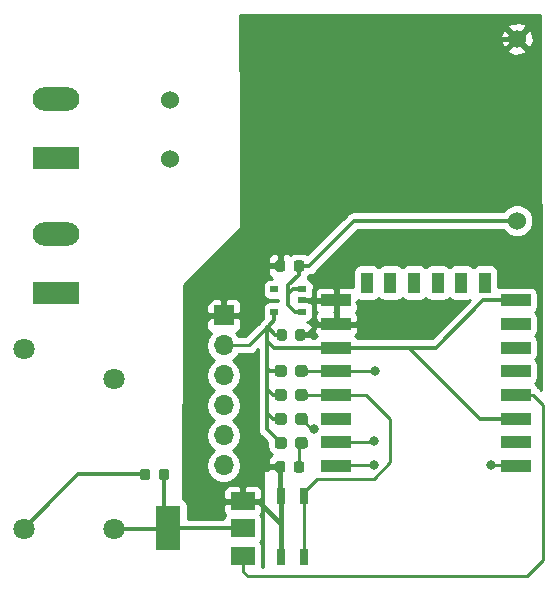
<source format=gtl>
G04 #@! TF.GenerationSoftware,KiCad,Pcbnew,5.0.2-bee76a0~70~ubuntu18.04.1*
G04 #@! TF.CreationDate,2019-03-23T21:35:36+01:00*
G04 #@! TF.ProjectId,AC Relay,41432052-656c-4617-992e-6b696361645f,rev?*
G04 #@! TF.SameCoordinates,Original*
G04 #@! TF.FileFunction,Copper,L1,Top*
G04 #@! TF.FilePolarity,Positive*
%FSLAX46Y46*%
G04 Gerber Fmt 4.6, Leading zero omitted, Abs format (unit mm)*
G04 Created by KiCad (PCBNEW 5.0.2-bee76a0~70~ubuntu18.04.1) date sáb 23 mar 2019 21:35:36 CET*
%MOMM*%
%LPD*%
G01*
G04 APERTURE LIST*
G04 #@! TA.AperFunction,Conductor*
%ADD10C,0.100000*%
G04 #@! TD*
G04 #@! TA.AperFunction,SMDPad,CuDef*
%ADD11C,0.875000*%
G04 #@! TD*
G04 #@! TA.AperFunction,ComponentPad*
%ADD12C,1.524000*%
G04 #@! TD*
G04 #@! TA.AperFunction,SMDPad,CuDef*
%ADD13R,0.700000X0.510000*%
G04 #@! TD*
G04 #@! TA.AperFunction,SMDPad,CuDef*
%ADD14R,0.700000X1.450000*%
G04 #@! TD*
G04 #@! TA.AperFunction,ComponentPad*
%ADD15R,1.700000X1.700000*%
G04 #@! TD*
G04 #@! TA.AperFunction,ComponentPad*
%ADD16O,1.700000X1.700000*%
G04 #@! TD*
G04 #@! TA.AperFunction,SMDPad,CuDef*
%ADD17R,2.500000X1.000000*%
G04 #@! TD*
G04 #@! TA.AperFunction,SMDPad,CuDef*
%ADD18R,1.000000X1.800000*%
G04 #@! TD*
G04 #@! TA.AperFunction,SMDPad,CuDef*
%ADD19C,0.950000*%
G04 #@! TD*
G04 #@! TA.AperFunction,ComponentPad*
%ADD20O,3.960000X1.980000*%
G04 #@! TD*
G04 #@! TA.AperFunction,ComponentPad*
%ADD21R,3.960000X1.980000*%
G04 #@! TD*
G04 #@! TA.AperFunction,SMDPad,CuDef*
%ADD22R,2.000000X3.800000*%
G04 #@! TD*
G04 #@! TA.AperFunction,SMDPad,CuDef*
%ADD23R,2.000000X1.500000*%
G04 #@! TD*
G04 #@! TA.AperFunction,ComponentPad*
%ADD24C,1.800000*%
G04 #@! TD*
G04 #@! TA.AperFunction,ViaPad*
%ADD25C,0.800000*%
G04 #@! TD*
G04 #@! TA.AperFunction,Conductor*
%ADD26C,0.350000*%
G04 #@! TD*
G04 #@! TA.AperFunction,Conductor*
%ADD27C,0.250000*%
G04 #@! TD*
G04 #@! TA.AperFunction,Conductor*
%ADD28C,0.400000*%
G04 #@! TD*
G04 #@! TA.AperFunction,Conductor*
%ADD29C,0.300000*%
G04 #@! TD*
G04 #@! TA.AperFunction,Conductor*
%ADD30C,0.254000*%
G04 #@! TD*
G04 APERTURE END LIST*
D10*
G04 #@! TO.N,+5V*
G04 #@! TO.C,D1*
G36*
X83526691Y-86775053D02*
X83547926Y-86778203D01*
X83568750Y-86783419D01*
X83588962Y-86790651D01*
X83608368Y-86799830D01*
X83626781Y-86810866D01*
X83644024Y-86823654D01*
X83659930Y-86838070D01*
X83674346Y-86853976D01*
X83687134Y-86871219D01*
X83698170Y-86889632D01*
X83707349Y-86909038D01*
X83714581Y-86929250D01*
X83719797Y-86950074D01*
X83722947Y-86971309D01*
X83724000Y-86992750D01*
X83724000Y-87505250D01*
X83722947Y-87526691D01*
X83719797Y-87547926D01*
X83714581Y-87568750D01*
X83707349Y-87588962D01*
X83698170Y-87608368D01*
X83687134Y-87626781D01*
X83674346Y-87644024D01*
X83659930Y-87659930D01*
X83644024Y-87674346D01*
X83626781Y-87687134D01*
X83608368Y-87698170D01*
X83588962Y-87707349D01*
X83568750Y-87714581D01*
X83547926Y-87719797D01*
X83526691Y-87722947D01*
X83505250Y-87724000D01*
X83067750Y-87724000D01*
X83046309Y-87722947D01*
X83025074Y-87719797D01*
X83004250Y-87714581D01*
X82984038Y-87707349D01*
X82964632Y-87698170D01*
X82946219Y-87687134D01*
X82928976Y-87674346D01*
X82913070Y-87659930D01*
X82898654Y-87644024D01*
X82885866Y-87626781D01*
X82874830Y-87608368D01*
X82865651Y-87588962D01*
X82858419Y-87568750D01*
X82853203Y-87547926D01*
X82850053Y-87526691D01*
X82849000Y-87505250D01*
X82849000Y-86992750D01*
X82850053Y-86971309D01*
X82853203Y-86950074D01*
X82858419Y-86929250D01*
X82865651Y-86909038D01*
X82874830Y-86889632D01*
X82885866Y-86871219D01*
X82898654Y-86853976D01*
X82913070Y-86838070D01*
X82928976Y-86823654D01*
X82946219Y-86810866D01*
X82964632Y-86799830D01*
X82984038Y-86790651D01*
X83004250Y-86783419D01*
X83025074Y-86778203D01*
X83046309Y-86775053D01*
X83067750Y-86774000D01*
X83505250Y-86774000D01*
X83526691Y-86775053D01*
X83526691Y-86775053D01*
G37*
D11*
G04 #@! TD*
G04 #@! TO.P,D1,2*
G04 #@! TO.N,+5V*
X83286500Y-87249000D03*
D10*
G04 #@! TO.N,Net-(D1-Pad1)*
G04 #@! TO.C,D1*
G36*
X85101691Y-86775053D02*
X85122926Y-86778203D01*
X85143750Y-86783419D01*
X85163962Y-86790651D01*
X85183368Y-86799830D01*
X85201781Y-86810866D01*
X85219024Y-86823654D01*
X85234930Y-86838070D01*
X85249346Y-86853976D01*
X85262134Y-86871219D01*
X85273170Y-86889632D01*
X85282349Y-86909038D01*
X85289581Y-86929250D01*
X85294797Y-86950074D01*
X85297947Y-86971309D01*
X85299000Y-86992750D01*
X85299000Y-87505250D01*
X85297947Y-87526691D01*
X85294797Y-87547926D01*
X85289581Y-87568750D01*
X85282349Y-87588962D01*
X85273170Y-87608368D01*
X85262134Y-87626781D01*
X85249346Y-87644024D01*
X85234930Y-87659930D01*
X85219024Y-87674346D01*
X85201781Y-87687134D01*
X85183368Y-87698170D01*
X85163962Y-87707349D01*
X85143750Y-87714581D01*
X85122926Y-87719797D01*
X85101691Y-87722947D01*
X85080250Y-87724000D01*
X84642750Y-87724000D01*
X84621309Y-87722947D01*
X84600074Y-87719797D01*
X84579250Y-87714581D01*
X84559038Y-87707349D01*
X84539632Y-87698170D01*
X84521219Y-87687134D01*
X84503976Y-87674346D01*
X84488070Y-87659930D01*
X84473654Y-87644024D01*
X84460866Y-87626781D01*
X84449830Y-87608368D01*
X84440651Y-87588962D01*
X84433419Y-87568750D01*
X84428203Y-87547926D01*
X84425053Y-87526691D01*
X84424000Y-87505250D01*
X84424000Y-86992750D01*
X84425053Y-86971309D01*
X84428203Y-86950074D01*
X84433419Y-86929250D01*
X84440651Y-86909038D01*
X84449830Y-86889632D01*
X84460866Y-86871219D01*
X84473654Y-86853976D01*
X84488070Y-86838070D01*
X84503976Y-86823654D01*
X84521219Y-86810866D01*
X84539632Y-86799830D01*
X84559038Y-86790651D01*
X84579250Y-86783419D01*
X84600074Y-86778203D01*
X84621309Y-86775053D01*
X84642750Y-86774000D01*
X85080250Y-86774000D01*
X85101691Y-86775053D01*
X85101691Y-86775053D01*
G37*
D11*
G04 #@! TD*
G04 #@! TO.P,D1,1*
G04 #@! TO.N,Net-(D1-Pad1)*
X84861500Y-87249000D03*
D12*
G04 #@! TO.P,U3,1*
G04 #@! TO.N,Net-(J1-Pad2)*
X85358000Y-55572000D03*
G04 #@! TO.P,U3,2*
G04 #@! TO.N,Net-(J1-Pad1)*
X85358000Y-60572000D03*
G04 #@! TO.P,U3,3*
G04 #@! TO.N,GND*
X114758000Y-50372000D03*
G04 #@! TO.P,U3,4*
G04 #@! TO.N,+5V*
X114758000Y-65772000D03*
G04 #@! TD*
D13*
G04 #@! TO.P,U1,1*
G04 #@! TO.N,+5V*
X96537000Y-73467000D03*
G04 #@! TO.P,U1,2*
G04 #@! TO.N,GND*
X96537000Y-72517000D03*
G04 #@! TO.P,U1,3*
G04 #@! TO.N,+5V*
X96537000Y-71567000D03*
G04 #@! TO.P,U1,4*
G04 #@! TO.N,Net-(U1-Pad4)*
X94217000Y-71567000D03*
G04 #@! TO.P,U1,5*
G04 #@! TO.N,+3V3*
X94217000Y-73467000D03*
G04 #@! TD*
D14*
G04 #@! TO.P,SW1,1*
G04 #@! TO.N,/Button*
X96758000Y-94274000D03*
X96758000Y-89114000D03*
G04 #@! TO.P,SW1,2*
G04 #@! TO.N,GND*
X94758000Y-89114000D03*
X94758000Y-94274000D03*
G04 #@! TD*
D10*
G04 #@! TO.N,GND*
G04 #@! TO.C,C2*
G36*
X96658691Y-74964053D02*
X96679926Y-74967203D01*
X96700750Y-74972419D01*
X96720962Y-74979651D01*
X96740368Y-74988830D01*
X96758781Y-74999866D01*
X96776024Y-75012654D01*
X96791930Y-75027070D01*
X96806346Y-75042976D01*
X96819134Y-75060219D01*
X96830170Y-75078632D01*
X96839349Y-75098038D01*
X96846581Y-75118250D01*
X96851797Y-75139074D01*
X96854947Y-75160309D01*
X96856000Y-75181750D01*
X96856000Y-75694250D01*
X96854947Y-75715691D01*
X96851797Y-75736926D01*
X96846581Y-75757750D01*
X96839349Y-75777962D01*
X96830170Y-75797368D01*
X96819134Y-75815781D01*
X96806346Y-75833024D01*
X96791930Y-75848930D01*
X96776024Y-75863346D01*
X96758781Y-75876134D01*
X96740368Y-75887170D01*
X96720962Y-75896349D01*
X96700750Y-75903581D01*
X96679926Y-75908797D01*
X96658691Y-75911947D01*
X96637250Y-75913000D01*
X96199750Y-75913000D01*
X96178309Y-75911947D01*
X96157074Y-75908797D01*
X96136250Y-75903581D01*
X96116038Y-75896349D01*
X96096632Y-75887170D01*
X96078219Y-75876134D01*
X96060976Y-75863346D01*
X96045070Y-75848930D01*
X96030654Y-75833024D01*
X96017866Y-75815781D01*
X96006830Y-75797368D01*
X95997651Y-75777962D01*
X95990419Y-75757750D01*
X95985203Y-75736926D01*
X95982053Y-75715691D01*
X95981000Y-75694250D01*
X95981000Y-75181750D01*
X95982053Y-75160309D01*
X95985203Y-75139074D01*
X95990419Y-75118250D01*
X95997651Y-75098038D01*
X96006830Y-75078632D01*
X96017866Y-75060219D01*
X96030654Y-75042976D01*
X96045070Y-75027070D01*
X96060976Y-75012654D01*
X96078219Y-74999866D01*
X96096632Y-74988830D01*
X96116038Y-74979651D01*
X96136250Y-74972419D01*
X96157074Y-74967203D01*
X96178309Y-74964053D01*
X96199750Y-74963000D01*
X96637250Y-74963000D01*
X96658691Y-74964053D01*
X96658691Y-74964053D01*
G37*
D11*
G04 #@! TD*
G04 #@! TO.P,C2,2*
G04 #@! TO.N,GND*
X96418500Y-75438000D03*
D10*
G04 #@! TO.N,+3V3*
G04 #@! TO.C,C2*
G36*
X95083691Y-74964053D02*
X95104926Y-74967203D01*
X95125750Y-74972419D01*
X95145962Y-74979651D01*
X95165368Y-74988830D01*
X95183781Y-74999866D01*
X95201024Y-75012654D01*
X95216930Y-75027070D01*
X95231346Y-75042976D01*
X95244134Y-75060219D01*
X95255170Y-75078632D01*
X95264349Y-75098038D01*
X95271581Y-75118250D01*
X95276797Y-75139074D01*
X95279947Y-75160309D01*
X95281000Y-75181750D01*
X95281000Y-75694250D01*
X95279947Y-75715691D01*
X95276797Y-75736926D01*
X95271581Y-75757750D01*
X95264349Y-75777962D01*
X95255170Y-75797368D01*
X95244134Y-75815781D01*
X95231346Y-75833024D01*
X95216930Y-75848930D01*
X95201024Y-75863346D01*
X95183781Y-75876134D01*
X95165368Y-75887170D01*
X95145962Y-75896349D01*
X95125750Y-75903581D01*
X95104926Y-75908797D01*
X95083691Y-75911947D01*
X95062250Y-75913000D01*
X94624750Y-75913000D01*
X94603309Y-75911947D01*
X94582074Y-75908797D01*
X94561250Y-75903581D01*
X94541038Y-75896349D01*
X94521632Y-75887170D01*
X94503219Y-75876134D01*
X94485976Y-75863346D01*
X94470070Y-75848930D01*
X94455654Y-75833024D01*
X94442866Y-75815781D01*
X94431830Y-75797368D01*
X94422651Y-75777962D01*
X94415419Y-75757750D01*
X94410203Y-75736926D01*
X94407053Y-75715691D01*
X94406000Y-75694250D01*
X94406000Y-75181750D01*
X94407053Y-75160309D01*
X94410203Y-75139074D01*
X94415419Y-75118250D01*
X94422651Y-75098038D01*
X94431830Y-75078632D01*
X94442866Y-75060219D01*
X94455654Y-75042976D01*
X94470070Y-75027070D01*
X94485976Y-75012654D01*
X94503219Y-74999866D01*
X94521632Y-74988830D01*
X94541038Y-74979651D01*
X94561250Y-74972419D01*
X94582074Y-74967203D01*
X94603309Y-74964053D01*
X94624750Y-74963000D01*
X95062250Y-74963000D01*
X95083691Y-74964053D01*
X95083691Y-74964053D01*
G37*
D11*
G04 #@! TD*
G04 #@! TO.P,C2,1*
G04 #@! TO.N,+3V3*
X94843500Y-75438000D03*
D10*
G04 #@! TO.N,+5V*
G04 #@! TO.C,C1*
G36*
X96531691Y-69122053D02*
X96552926Y-69125203D01*
X96573750Y-69130419D01*
X96593962Y-69137651D01*
X96613368Y-69146830D01*
X96631781Y-69157866D01*
X96649024Y-69170654D01*
X96664930Y-69185070D01*
X96679346Y-69200976D01*
X96692134Y-69218219D01*
X96703170Y-69236632D01*
X96712349Y-69256038D01*
X96719581Y-69276250D01*
X96724797Y-69297074D01*
X96727947Y-69318309D01*
X96729000Y-69339750D01*
X96729000Y-69852250D01*
X96727947Y-69873691D01*
X96724797Y-69894926D01*
X96719581Y-69915750D01*
X96712349Y-69935962D01*
X96703170Y-69955368D01*
X96692134Y-69973781D01*
X96679346Y-69991024D01*
X96664930Y-70006930D01*
X96649024Y-70021346D01*
X96631781Y-70034134D01*
X96613368Y-70045170D01*
X96593962Y-70054349D01*
X96573750Y-70061581D01*
X96552926Y-70066797D01*
X96531691Y-70069947D01*
X96510250Y-70071000D01*
X96072750Y-70071000D01*
X96051309Y-70069947D01*
X96030074Y-70066797D01*
X96009250Y-70061581D01*
X95989038Y-70054349D01*
X95969632Y-70045170D01*
X95951219Y-70034134D01*
X95933976Y-70021346D01*
X95918070Y-70006930D01*
X95903654Y-69991024D01*
X95890866Y-69973781D01*
X95879830Y-69955368D01*
X95870651Y-69935962D01*
X95863419Y-69915750D01*
X95858203Y-69894926D01*
X95855053Y-69873691D01*
X95854000Y-69852250D01*
X95854000Y-69339750D01*
X95855053Y-69318309D01*
X95858203Y-69297074D01*
X95863419Y-69276250D01*
X95870651Y-69256038D01*
X95879830Y-69236632D01*
X95890866Y-69218219D01*
X95903654Y-69200976D01*
X95918070Y-69185070D01*
X95933976Y-69170654D01*
X95951219Y-69157866D01*
X95969632Y-69146830D01*
X95989038Y-69137651D01*
X96009250Y-69130419D01*
X96030074Y-69125203D01*
X96051309Y-69122053D01*
X96072750Y-69121000D01*
X96510250Y-69121000D01*
X96531691Y-69122053D01*
X96531691Y-69122053D01*
G37*
D11*
G04 #@! TD*
G04 #@! TO.P,C1,1*
G04 #@! TO.N,+5V*
X96291500Y-69596000D03*
D10*
G04 #@! TO.N,GND*
G04 #@! TO.C,C1*
G36*
X94956691Y-69122053D02*
X94977926Y-69125203D01*
X94998750Y-69130419D01*
X95018962Y-69137651D01*
X95038368Y-69146830D01*
X95056781Y-69157866D01*
X95074024Y-69170654D01*
X95089930Y-69185070D01*
X95104346Y-69200976D01*
X95117134Y-69218219D01*
X95128170Y-69236632D01*
X95137349Y-69256038D01*
X95144581Y-69276250D01*
X95149797Y-69297074D01*
X95152947Y-69318309D01*
X95154000Y-69339750D01*
X95154000Y-69852250D01*
X95152947Y-69873691D01*
X95149797Y-69894926D01*
X95144581Y-69915750D01*
X95137349Y-69935962D01*
X95128170Y-69955368D01*
X95117134Y-69973781D01*
X95104346Y-69991024D01*
X95089930Y-70006930D01*
X95074024Y-70021346D01*
X95056781Y-70034134D01*
X95038368Y-70045170D01*
X95018962Y-70054349D01*
X94998750Y-70061581D01*
X94977926Y-70066797D01*
X94956691Y-70069947D01*
X94935250Y-70071000D01*
X94497750Y-70071000D01*
X94476309Y-70069947D01*
X94455074Y-70066797D01*
X94434250Y-70061581D01*
X94414038Y-70054349D01*
X94394632Y-70045170D01*
X94376219Y-70034134D01*
X94358976Y-70021346D01*
X94343070Y-70006930D01*
X94328654Y-69991024D01*
X94315866Y-69973781D01*
X94304830Y-69955368D01*
X94295651Y-69935962D01*
X94288419Y-69915750D01*
X94283203Y-69894926D01*
X94280053Y-69873691D01*
X94279000Y-69852250D01*
X94279000Y-69339750D01*
X94280053Y-69318309D01*
X94283203Y-69297074D01*
X94288419Y-69276250D01*
X94295651Y-69256038D01*
X94304830Y-69236632D01*
X94315866Y-69218219D01*
X94328654Y-69200976D01*
X94343070Y-69185070D01*
X94358976Y-69170654D01*
X94376219Y-69157866D01*
X94394632Y-69146830D01*
X94414038Y-69137651D01*
X94434250Y-69130419D01*
X94455074Y-69125203D01*
X94476309Y-69122053D01*
X94497750Y-69121000D01*
X94935250Y-69121000D01*
X94956691Y-69122053D01*
X94956691Y-69122053D01*
G37*
D11*
G04 #@! TD*
G04 #@! TO.P,C1,2*
G04 #@! TO.N,GND*
X94716500Y-69596000D03*
D15*
G04 #@! TO.P,J2,1*
G04 #@! TO.N,GND*
X89916000Y-73787000D03*
D16*
G04 #@! TO.P,J2,2*
G04 #@! TO.N,+3V3*
X89916000Y-76327000D03*
G04 #@! TO.P,J2,3*
G04 #@! TO.N,/Flash*
X89916000Y-78867000D03*
G04 #@! TO.P,J2,4*
G04 #@! TO.N,/Rst*
X89916000Y-81407000D03*
G04 #@! TO.P,J2,5*
G04 #@! TO.N,/RX*
X89916000Y-83947000D03*
G04 #@! TO.P,J2,6*
G04 #@! TO.N,/TX*
X89916000Y-86487000D03*
G04 #@! TD*
D10*
G04 #@! TO.N,GND*
G04 #@! TO.C,D2*
G36*
X94956691Y-86140053D02*
X94977926Y-86143203D01*
X94998750Y-86148419D01*
X95018962Y-86155651D01*
X95038368Y-86164830D01*
X95056781Y-86175866D01*
X95074024Y-86188654D01*
X95089930Y-86203070D01*
X95104346Y-86218976D01*
X95117134Y-86236219D01*
X95128170Y-86254632D01*
X95137349Y-86274038D01*
X95144581Y-86294250D01*
X95149797Y-86315074D01*
X95152947Y-86336309D01*
X95154000Y-86357750D01*
X95154000Y-86870250D01*
X95152947Y-86891691D01*
X95149797Y-86912926D01*
X95144581Y-86933750D01*
X95137349Y-86953962D01*
X95128170Y-86973368D01*
X95117134Y-86991781D01*
X95104346Y-87009024D01*
X95089930Y-87024930D01*
X95074024Y-87039346D01*
X95056781Y-87052134D01*
X95038368Y-87063170D01*
X95018962Y-87072349D01*
X94998750Y-87079581D01*
X94977926Y-87084797D01*
X94956691Y-87087947D01*
X94935250Y-87089000D01*
X94497750Y-87089000D01*
X94476309Y-87087947D01*
X94455074Y-87084797D01*
X94434250Y-87079581D01*
X94414038Y-87072349D01*
X94394632Y-87063170D01*
X94376219Y-87052134D01*
X94358976Y-87039346D01*
X94343070Y-87024930D01*
X94328654Y-87009024D01*
X94315866Y-86991781D01*
X94304830Y-86973368D01*
X94295651Y-86953962D01*
X94288419Y-86933750D01*
X94283203Y-86912926D01*
X94280053Y-86891691D01*
X94279000Y-86870250D01*
X94279000Y-86357750D01*
X94280053Y-86336309D01*
X94283203Y-86315074D01*
X94288419Y-86294250D01*
X94295651Y-86274038D01*
X94304830Y-86254632D01*
X94315866Y-86236219D01*
X94328654Y-86218976D01*
X94343070Y-86203070D01*
X94358976Y-86188654D01*
X94376219Y-86175866D01*
X94394632Y-86164830D01*
X94414038Y-86155651D01*
X94434250Y-86148419D01*
X94455074Y-86143203D01*
X94476309Y-86140053D01*
X94497750Y-86139000D01*
X94935250Y-86139000D01*
X94956691Y-86140053D01*
X94956691Y-86140053D01*
G37*
D11*
G04 #@! TD*
G04 #@! TO.P,D2,1*
G04 #@! TO.N,GND*
X94716500Y-86614000D03*
D10*
G04 #@! TO.N,Net-(D2-Pad2)*
G04 #@! TO.C,D2*
G36*
X96531691Y-86140053D02*
X96552926Y-86143203D01*
X96573750Y-86148419D01*
X96593962Y-86155651D01*
X96613368Y-86164830D01*
X96631781Y-86175866D01*
X96649024Y-86188654D01*
X96664930Y-86203070D01*
X96679346Y-86218976D01*
X96692134Y-86236219D01*
X96703170Y-86254632D01*
X96712349Y-86274038D01*
X96719581Y-86294250D01*
X96724797Y-86315074D01*
X96727947Y-86336309D01*
X96729000Y-86357750D01*
X96729000Y-86870250D01*
X96727947Y-86891691D01*
X96724797Y-86912926D01*
X96719581Y-86933750D01*
X96712349Y-86953962D01*
X96703170Y-86973368D01*
X96692134Y-86991781D01*
X96679346Y-87009024D01*
X96664930Y-87024930D01*
X96649024Y-87039346D01*
X96631781Y-87052134D01*
X96613368Y-87063170D01*
X96593962Y-87072349D01*
X96573750Y-87079581D01*
X96552926Y-87084797D01*
X96531691Y-87087947D01*
X96510250Y-87089000D01*
X96072750Y-87089000D01*
X96051309Y-87087947D01*
X96030074Y-87084797D01*
X96009250Y-87079581D01*
X95989038Y-87072349D01*
X95969632Y-87063170D01*
X95951219Y-87052134D01*
X95933976Y-87039346D01*
X95918070Y-87024930D01*
X95903654Y-87009024D01*
X95890866Y-86991781D01*
X95879830Y-86973368D01*
X95870651Y-86953962D01*
X95863419Y-86933750D01*
X95858203Y-86912926D01*
X95855053Y-86891691D01*
X95854000Y-86870250D01*
X95854000Y-86357750D01*
X95855053Y-86336309D01*
X95858203Y-86315074D01*
X95863419Y-86294250D01*
X95870651Y-86274038D01*
X95879830Y-86254632D01*
X95890866Y-86236219D01*
X95903654Y-86218976D01*
X95918070Y-86203070D01*
X95933976Y-86188654D01*
X95951219Y-86175866D01*
X95969632Y-86164830D01*
X95989038Y-86155651D01*
X96009250Y-86148419D01*
X96030074Y-86143203D01*
X96051309Y-86140053D01*
X96072750Y-86139000D01*
X96510250Y-86139000D01*
X96531691Y-86140053D01*
X96531691Y-86140053D01*
G37*
D11*
G04 #@! TD*
G04 #@! TO.P,D2,2*
G04 #@! TO.N,Net-(D2-Pad2)*
X96291500Y-86614000D03*
D17*
G04 #@! TO.P,U2,1*
G04 #@! TO.N,/Rst*
X114641000Y-86518000D03*
G04 #@! TO.P,U2,2*
G04 #@! TO.N,Net-(U2-Pad2)*
X114641000Y-84518000D03*
G04 #@! TO.P,U2,3*
G04 #@! TO.N,+3V3*
X114641000Y-82518000D03*
G04 #@! TO.P,U2,4*
G04 #@! TO.N,/Relay*
X114641000Y-80518000D03*
G04 #@! TO.P,U2,5*
G04 #@! TO.N,Net-(U2-Pad5)*
X114641000Y-78518000D03*
G04 #@! TO.P,U2,6*
G04 #@! TO.N,Net-(U2-Pad6)*
X114641000Y-76518000D03*
G04 #@! TO.P,U2,7*
G04 #@! TO.N,Net-(U2-Pad7)*
X114641000Y-74518000D03*
G04 #@! TO.P,U2,8*
G04 #@! TO.N,+3V3*
X114641000Y-72518000D03*
D18*
G04 #@! TO.P,U2,9*
G04 #@! TO.N,Net-(U2-Pad9)*
X112041000Y-71018000D03*
G04 #@! TO.P,U2,10*
G04 #@! TO.N,Net-(U2-Pad10)*
X110041000Y-71018000D03*
G04 #@! TO.P,U2,11*
G04 #@! TO.N,Net-(U2-Pad11)*
X108041000Y-71018000D03*
G04 #@! TO.P,U2,12*
G04 #@! TO.N,Net-(U2-Pad12)*
X106041000Y-71018000D03*
G04 #@! TO.P,U2,13*
G04 #@! TO.N,Net-(U2-Pad13)*
X104041000Y-71018000D03*
G04 #@! TO.P,U2,14*
G04 #@! TO.N,Net-(U2-Pad14)*
X102041000Y-71018000D03*
D17*
G04 #@! TO.P,U2,15*
G04 #@! TO.N,GND*
X99441000Y-72518000D03*
G04 #@! TO.P,U2,16*
X99441000Y-74518000D03*
G04 #@! TO.P,U2,17*
G04 #@! TO.N,+3V3*
X99441000Y-76518000D03*
G04 #@! TO.P,U2,18*
G04 #@! TO.N,/Flash*
X99441000Y-78518000D03*
G04 #@! TO.P,U2,19*
G04 #@! TO.N,/Button*
X99441000Y-80518000D03*
G04 #@! TO.P,U2,20*
G04 #@! TO.N,Net-(U2-Pad20)*
X99441000Y-82518000D03*
G04 #@! TO.P,U2,21*
G04 #@! TO.N,/RX*
X99441000Y-84518000D03*
G04 #@! TO.P,U2,22*
G04 #@! TO.N,/TX*
X99441000Y-86518000D03*
G04 #@! TD*
D10*
G04 #@! TO.N,+3V3*
G04 #@! TO.C,R1*
G36*
X95066779Y-82076144D02*
X95089834Y-82079563D01*
X95112443Y-82085227D01*
X95134387Y-82093079D01*
X95155457Y-82103044D01*
X95175448Y-82115026D01*
X95194168Y-82128910D01*
X95211438Y-82144562D01*
X95227090Y-82161832D01*
X95240974Y-82180552D01*
X95252956Y-82200543D01*
X95262921Y-82221613D01*
X95270773Y-82243557D01*
X95276437Y-82266166D01*
X95279856Y-82289221D01*
X95281000Y-82312500D01*
X95281000Y-82787500D01*
X95279856Y-82810779D01*
X95276437Y-82833834D01*
X95270773Y-82856443D01*
X95262921Y-82878387D01*
X95252956Y-82899457D01*
X95240974Y-82919448D01*
X95227090Y-82938168D01*
X95211438Y-82955438D01*
X95194168Y-82971090D01*
X95175448Y-82984974D01*
X95155457Y-82996956D01*
X95134387Y-83006921D01*
X95112443Y-83014773D01*
X95089834Y-83020437D01*
X95066779Y-83023856D01*
X95043500Y-83025000D01*
X94468500Y-83025000D01*
X94445221Y-83023856D01*
X94422166Y-83020437D01*
X94399557Y-83014773D01*
X94377613Y-83006921D01*
X94356543Y-82996956D01*
X94336552Y-82984974D01*
X94317832Y-82971090D01*
X94300562Y-82955438D01*
X94284910Y-82938168D01*
X94271026Y-82919448D01*
X94259044Y-82899457D01*
X94249079Y-82878387D01*
X94241227Y-82856443D01*
X94235563Y-82833834D01*
X94232144Y-82810779D01*
X94231000Y-82787500D01*
X94231000Y-82312500D01*
X94232144Y-82289221D01*
X94235563Y-82266166D01*
X94241227Y-82243557D01*
X94249079Y-82221613D01*
X94259044Y-82200543D01*
X94271026Y-82180552D01*
X94284910Y-82161832D01*
X94300562Y-82144562D01*
X94317832Y-82128910D01*
X94336552Y-82115026D01*
X94356543Y-82103044D01*
X94377613Y-82093079D01*
X94399557Y-82085227D01*
X94422166Y-82079563D01*
X94445221Y-82076144D01*
X94468500Y-82075000D01*
X95043500Y-82075000D01*
X95066779Y-82076144D01*
X95066779Y-82076144D01*
G37*
D19*
G04 #@! TD*
G04 #@! TO.P,R1,2*
G04 #@! TO.N,+3V3*
X94756000Y-82550000D03*
D10*
G04 #@! TO.N,/Rst*
G04 #@! TO.C,R1*
G36*
X96816779Y-82076144D02*
X96839834Y-82079563D01*
X96862443Y-82085227D01*
X96884387Y-82093079D01*
X96905457Y-82103044D01*
X96925448Y-82115026D01*
X96944168Y-82128910D01*
X96961438Y-82144562D01*
X96977090Y-82161832D01*
X96990974Y-82180552D01*
X97002956Y-82200543D01*
X97012921Y-82221613D01*
X97020773Y-82243557D01*
X97026437Y-82266166D01*
X97029856Y-82289221D01*
X97031000Y-82312500D01*
X97031000Y-82787500D01*
X97029856Y-82810779D01*
X97026437Y-82833834D01*
X97020773Y-82856443D01*
X97012921Y-82878387D01*
X97002956Y-82899457D01*
X96990974Y-82919448D01*
X96977090Y-82938168D01*
X96961438Y-82955438D01*
X96944168Y-82971090D01*
X96925448Y-82984974D01*
X96905457Y-82996956D01*
X96884387Y-83006921D01*
X96862443Y-83014773D01*
X96839834Y-83020437D01*
X96816779Y-83023856D01*
X96793500Y-83025000D01*
X96218500Y-83025000D01*
X96195221Y-83023856D01*
X96172166Y-83020437D01*
X96149557Y-83014773D01*
X96127613Y-83006921D01*
X96106543Y-82996956D01*
X96086552Y-82984974D01*
X96067832Y-82971090D01*
X96050562Y-82955438D01*
X96034910Y-82938168D01*
X96021026Y-82919448D01*
X96009044Y-82899457D01*
X95999079Y-82878387D01*
X95991227Y-82856443D01*
X95985563Y-82833834D01*
X95982144Y-82810779D01*
X95981000Y-82787500D01*
X95981000Y-82312500D01*
X95982144Y-82289221D01*
X95985563Y-82266166D01*
X95991227Y-82243557D01*
X95999079Y-82221613D01*
X96009044Y-82200543D01*
X96021026Y-82180552D01*
X96034910Y-82161832D01*
X96050562Y-82144562D01*
X96067832Y-82128910D01*
X96086552Y-82115026D01*
X96106543Y-82103044D01*
X96127613Y-82093079D01*
X96149557Y-82085227D01*
X96172166Y-82079563D01*
X96195221Y-82076144D01*
X96218500Y-82075000D01*
X96793500Y-82075000D01*
X96816779Y-82076144D01*
X96816779Y-82076144D01*
G37*
D19*
G04 #@! TD*
G04 #@! TO.P,R1,1*
G04 #@! TO.N,/Rst*
X96506000Y-82550000D03*
D10*
G04 #@! TO.N,+3V3*
G04 #@! TO.C,R2*
G36*
X95066779Y-78012144D02*
X95089834Y-78015563D01*
X95112443Y-78021227D01*
X95134387Y-78029079D01*
X95155457Y-78039044D01*
X95175448Y-78051026D01*
X95194168Y-78064910D01*
X95211438Y-78080562D01*
X95227090Y-78097832D01*
X95240974Y-78116552D01*
X95252956Y-78136543D01*
X95262921Y-78157613D01*
X95270773Y-78179557D01*
X95276437Y-78202166D01*
X95279856Y-78225221D01*
X95281000Y-78248500D01*
X95281000Y-78723500D01*
X95279856Y-78746779D01*
X95276437Y-78769834D01*
X95270773Y-78792443D01*
X95262921Y-78814387D01*
X95252956Y-78835457D01*
X95240974Y-78855448D01*
X95227090Y-78874168D01*
X95211438Y-78891438D01*
X95194168Y-78907090D01*
X95175448Y-78920974D01*
X95155457Y-78932956D01*
X95134387Y-78942921D01*
X95112443Y-78950773D01*
X95089834Y-78956437D01*
X95066779Y-78959856D01*
X95043500Y-78961000D01*
X94468500Y-78961000D01*
X94445221Y-78959856D01*
X94422166Y-78956437D01*
X94399557Y-78950773D01*
X94377613Y-78942921D01*
X94356543Y-78932956D01*
X94336552Y-78920974D01*
X94317832Y-78907090D01*
X94300562Y-78891438D01*
X94284910Y-78874168D01*
X94271026Y-78855448D01*
X94259044Y-78835457D01*
X94249079Y-78814387D01*
X94241227Y-78792443D01*
X94235563Y-78769834D01*
X94232144Y-78746779D01*
X94231000Y-78723500D01*
X94231000Y-78248500D01*
X94232144Y-78225221D01*
X94235563Y-78202166D01*
X94241227Y-78179557D01*
X94249079Y-78157613D01*
X94259044Y-78136543D01*
X94271026Y-78116552D01*
X94284910Y-78097832D01*
X94300562Y-78080562D01*
X94317832Y-78064910D01*
X94336552Y-78051026D01*
X94356543Y-78039044D01*
X94377613Y-78029079D01*
X94399557Y-78021227D01*
X94422166Y-78015563D01*
X94445221Y-78012144D01*
X94468500Y-78011000D01*
X95043500Y-78011000D01*
X95066779Y-78012144D01*
X95066779Y-78012144D01*
G37*
D19*
G04 #@! TD*
G04 #@! TO.P,R2,1*
G04 #@! TO.N,+3V3*
X94756000Y-78486000D03*
D10*
G04 #@! TO.N,/Flash*
G04 #@! TO.C,R2*
G36*
X96816779Y-78012144D02*
X96839834Y-78015563D01*
X96862443Y-78021227D01*
X96884387Y-78029079D01*
X96905457Y-78039044D01*
X96925448Y-78051026D01*
X96944168Y-78064910D01*
X96961438Y-78080562D01*
X96977090Y-78097832D01*
X96990974Y-78116552D01*
X97002956Y-78136543D01*
X97012921Y-78157613D01*
X97020773Y-78179557D01*
X97026437Y-78202166D01*
X97029856Y-78225221D01*
X97031000Y-78248500D01*
X97031000Y-78723500D01*
X97029856Y-78746779D01*
X97026437Y-78769834D01*
X97020773Y-78792443D01*
X97012921Y-78814387D01*
X97002956Y-78835457D01*
X96990974Y-78855448D01*
X96977090Y-78874168D01*
X96961438Y-78891438D01*
X96944168Y-78907090D01*
X96925448Y-78920974D01*
X96905457Y-78932956D01*
X96884387Y-78942921D01*
X96862443Y-78950773D01*
X96839834Y-78956437D01*
X96816779Y-78959856D01*
X96793500Y-78961000D01*
X96218500Y-78961000D01*
X96195221Y-78959856D01*
X96172166Y-78956437D01*
X96149557Y-78950773D01*
X96127613Y-78942921D01*
X96106543Y-78932956D01*
X96086552Y-78920974D01*
X96067832Y-78907090D01*
X96050562Y-78891438D01*
X96034910Y-78874168D01*
X96021026Y-78855448D01*
X96009044Y-78835457D01*
X95999079Y-78814387D01*
X95991227Y-78792443D01*
X95985563Y-78769834D01*
X95982144Y-78746779D01*
X95981000Y-78723500D01*
X95981000Y-78248500D01*
X95982144Y-78225221D01*
X95985563Y-78202166D01*
X95991227Y-78179557D01*
X95999079Y-78157613D01*
X96009044Y-78136543D01*
X96021026Y-78116552D01*
X96034910Y-78097832D01*
X96050562Y-78080562D01*
X96067832Y-78064910D01*
X96086552Y-78051026D01*
X96106543Y-78039044D01*
X96127613Y-78029079D01*
X96149557Y-78021227D01*
X96172166Y-78015563D01*
X96195221Y-78012144D01*
X96218500Y-78011000D01*
X96793500Y-78011000D01*
X96816779Y-78012144D01*
X96816779Y-78012144D01*
G37*
D19*
G04 #@! TD*
G04 #@! TO.P,R2,2*
G04 #@! TO.N,/Flash*
X96506000Y-78486000D03*
D10*
G04 #@! TO.N,+3V3*
G04 #@! TO.C,R3*
G36*
X95066779Y-80044144D02*
X95089834Y-80047563D01*
X95112443Y-80053227D01*
X95134387Y-80061079D01*
X95155457Y-80071044D01*
X95175448Y-80083026D01*
X95194168Y-80096910D01*
X95211438Y-80112562D01*
X95227090Y-80129832D01*
X95240974Y-80148552D01*
X95252956Y-80168543D01*
X95262921Y-80189613D01*
X95270773Y-80211557D01*
X95276437Y-80234166D01*
X95279856Y-80257221D01*
X95281000Y-80280500D01*
X95281000Y-80755500D01*
X95279856Y-80778779D01*
X95276437Y-80801834D01*
X95270773Y-80824443D01*
X95262921Y-80846387D01*
X95252956Y-80867457D01*
X95240974Y-80887448D01*
X95227090Y-80906168D01*
X95211438Y-80923438D01*
X95194168Y-80939090D01*
X95175448Y-80952974D01*
X95155457Y-80964956D01*
X95134387Y-80974921D01*
X95112443Y-80982773D01*
X95089834Y-80988437D01*
X95066779Y-80991856D01*
X95043500Y-80993000D01*
X94468500Y-80993000D01*
X94445221Y-80991856D01*
X94422166Y-80988437D01*
X94399557Y-80982773D01*
X94377613Y-80974921D01*
X94356543Y-80964956D01*
X94336552Y-80952974D01*
X94317832Y-80939090D01*
X94300562Y-80923438D01*
X94284910Y-80906168D01*
X94271026Y-80887448D01*
X94259044Y-80867457D01*
X94249079Y-80846387D01*
X94241227Y-80824443D01*
X94235563Y-80801834D01*
X94232144Y-80778779D01*
X94231000Y-80755500D01*
X94231000Y-80280500D01*
X94232144Y-80257221D01*
X94235563Y-80234166D01*
X94241227Y-80211557D01*
X94249079Y-80189613D01*
X94259044Y-80168543D01*
X94271026Y-80148552D01*
X94284910Y-80129832D01*
X94300562Y-80112562D01*
X94317832Y-80096910D01*
X94336552Y-80083026D01*
X94356543Y-80071044D01*
X94377613Y-80061079D01*
X94399557Y-80053227D01*
X94422166Y-80047563D01*
X94445221Y-80044144D01*
X94468500Y-80043000D01*
X95043500Y-80043000D01*
X95066779Y-80044144D01*
X95066779Y-80044144D01*
G37*
D19*
G04 #@! TD*
G04 #@! TO.P,R3,2*
G04 #@! TO.N,+3V3*
X94756000Y-80518000D03*
D10*
G04 #@! TO.N,/Button*
G04 #@! TO.C,R3*
G36*
X96816779Y-80044144D02*
X96839834Y-80047563D01*
X96862443Y-80053227D01*
X96884387Y-80061079D01*
X96905457Y-80071044D01*
X96925448Y-80083026D01*
X96944168Y-80096910D01*
X96961438Y-80112562D01*
X96977090Y-80129832D01*
X96990974Y-80148552D01*
X97002956Y-80168543D01*
X97012921Y-80189613D01*
X97020773Y-80211557D01*
X97026437Y-80234166D01*
X97029856Y-80257221D01*
X97031000Y-80280500D01*
X97031000Y-80755500D01*
X97029856Y-80778779D01*
X97026437Y-80801834D01*
X97020773Y-80824443D01*
X97012921Y-80846387D01*
X97002956Y-80867457D01*
X96990974Y-80887448D01*
X96977090Y-80906168D01*
X96961438Y-80923438D01*
X96944168Y-80939090D01*
X96925448Y-80952974D01*
X96905457Y-80964956D01*
X96884387Y-80974921D01*
X96862443Y-80982773D01*
X96839834Y-80988437D01*
X96816779Y-80991856D01*
X96793500Y-80993000D01*
X96218500Y-80993000D01*
X96195221Y-80991856D01*
X96172166Y-80988437D01*
X96149557Y-80982773D01*
X96127613Y-80974921D01*
X96106543Y-80964956D01*
X96086552Y-80952974D01*
X96067832Y-80939090D01*
X96050562Y-80923438D01*
X96034910Y-80906168D01*
X96021026Y-80887448D01*
X96009044Y-80867457D01*
X95999079Y-80846387D01*
X95991227Y-80824443D01*
X95985563Y-80801834D01*
X95982144Y-80778779D01*
X95981000Y-80755500D01*
X95981000Y-80280500D01*
X95982144Y-80257221D01*
X95985563Y-80234166D01*
X95991227Y-80211557D01*
X95999079Y-80189613D01*
X96009044Y-80168543D01*
X96021026Y-80148552D01*
X96034910Y-80129832D01*
X96050562Y-80112562D01*
X96067832Y-80096910D01*
X96086552Y-80083026D01*
X96106543Y-80071044D01*
X96127613Y-80061079D01*
X96149557Y-80053227D01*
X96172166Y-80047563D01*
X96195221Y-80044144D01*
X96218500Y-80043000D01*
X96793500Y-80043000D01*
X96816779Y-80044144D01*
X96816779Y-80044144D01*
G37*
D19*
G04 #@! TD*
G04 #@! TO.P,R3,1*
G04 #@! TO.N,/Button*
X96506000Y-80518000D03*
D10*
G04 #@! TO.N,Net-(D2-Pad2)*
G04 #@! TO.C,R4*
G36*
X96816779Y-84108144D02*
X96839834Y-84111563D01*
X96862443Y-84117227D01*
X96884387Y-84125079D01*
X96905457Y-84135044D01*
X96925448Y-84147026D01*
X96944168Y-84160910D01*
X96961438Y-84176562D01*
X96977090Y-84193832D01*
X96990974Y-84212552D01*
X97002956Y-84232543D01*
X97012921Y-84253613D01*
X97020773Y-84275557D01*
X97026437Y-84298166D01*
X97029856Y-84321221D01*
X97031000Y-84344500D01*
X97031000Y-84819500D01*
X97029856Y-84842779D01*
X97026437Y-84865834D01*
X97020773Y-84888443D01*
X97012921Y-84910387D01*
X97002956Y-84931457D01*
X96990974Y-84951448D01*
X96977090Y-84970168D01*
X96961438Y-84987438D01*
X96944168Y-85003090D01*
X96925448Y-85016974D01*
X96905457Y-85028956D01*
X96884387Y-85038921D01*
X96862443Y-85046773D01*
X96839834Y-85052437D01*
X96816779Y-85055856D01*
X96793500Y-85057000D01*
X96218500Y-85057000D01*
X96195221Y-85055856D01*
X96172166Y-85052437D01*
X96149557Y-85046773D01*
X96127613Y-85038921D01*
X96106543Y-85028956D01*
X96086552Y-85016974D01*
X96067832Y-85003090D01*
X96050562Y-84987438D01*
X96034910Y-84970168D01*
X96021026Y-84951448D01*
X96009044Y-84931457D01*
X95999079Y-84910387D01*
X95991227Y-84888443D01*
X95985563Y-84865834D01*
X95982144Y-84842779D01*
X95981000Y-84819500D01*
X95981000Y-84344500D01*
X95982144Y-84321221D01*
X95985563Y-84298166D01*
X95991227Y-84275557D01*
X95999079Y-84253613D01*
X96009044Y-84232543D01*
X96021026Y-84212552D01*
X96034910Y-84193832D01*
X96050562Y-84176562D01*
X96067832Y-84160910D01*
X96086552Y-84147026D01*
X96106543Y-84135044D01*
X96127613Y-84125079D01*
X96149557Y-84117227D01*
X96172166Y-84111563D01*
X96195221Y-84108144D01*
X96218500Y-84107000D01*
X96793500Y-84107000D01*
X96816779Y-84108144D01*
X96816779Y-84108144D01*
G37*
D19*
G04 #@! TD*
G04 #@! TO.P,R4,1*
G04 #@! TO.N,Net-(D2-Pad2)*
X96506000Y-84582000D03*
D10*
G04 #@! TO.N,+3V3*
G04 #@! TO.C,R4*
G36*
X95066779Y-84108144D02*
X95089834Y-84111563D01*
X95112443Y-84117227D01*
X95134387Y-84125079D01*
X95155457Y-84135044D01*
X95175448Y-84147026D01*
X95194168Y-84160910D01*
X95211438Y-84176562D01*
X95227090Y-84193832D01*
X95240974Y-84212552D01*
X95252956Y-84232543D01*
X95262921Y-84253613D01*
X95270773Y-84275557D01*
X95276437Y-84298166D01*
X95279856Y-84321221D01*
X95281000Y-84344500D01*
X95281000Y-84819500D01*
X95279856Y-84842779D01*
X95276437Y-84865834D01*
X95270773Y-84888443D01*
X95262921Y-84910387D01*
X95252956Y-84931457D01*
X95240974Y-84951448D01*
X95227090Y-84970168D01*
X95211438Y-84987438D01*
X95194168Y-85003090D01*
X95175448Y-85016974D01*
X95155457Y-85028956D01*
X95134387Y-85038921D01*
X95112443Y-85046773D01*
X95089834Y-85052437D01*
X95066779Y-85055856D01*
X95043500Y-85057000D01*
X94468500Y-85057000D01*
X94445221Y-85055856D01*
X94422166Y-85052437D01*
X94399557Y-85046773D01*
X94377613Y-85038921D01*
X94356543Y-85028956D01*
X94336552Y-85016974D01*
X94317832Y-85003090D01*
X94300562Y-84987438D01*
X94284910Y-84970168D01*
X94271026Y-84951448D01*
X94259044Y-84931457D01*
X94249079Y-84910387D01*
X94241227Y-84888443D01*
X94235563Y-84865834D01*
X94232144Y-84842779D01*
X94231000Y-84819500D01*
X94231000Y-84344500D01*
X94232144Y-84321221D01*
X94235563Y-84298166D01*
X94241227Y-84275557D01*
X94249079Y-84253613D01*
X94259044Y-84232543D01*
X94271026Y-84212552D01*
X94284910Y-84193832D01*
X94300562Y-84176562D01*
X94317832Y-84160910D01*
X94336552Y-84147026D01*
X94356543Y-84135044D01*
X94377613Y-84125079D01*
X94399557Y-84117227D01*
X94422166Y-84111563D01*
X94445221Y-84108144D01*
X94468500Y-84107000D01*
X95043500Y-84107000D01*
X95066779Y-84108144D01*
X95066779Y-84108144D01*
G37*
D19*
G04 #@! TD*
G04 #@! TO.P,R4,2*
G04 #@! TO.N,+3V3*
X94756000Y-84582000D03*
D20*
G04 #@! TO.P,J3,2*
G04 #@! TO.N,Net-(J3-Pad2)*
X75692000Y-66882000D03*
D21*
G04 #@! TO.P,J3,1*
G04 #@! TO.N,Net-(J3-Pad1)*
X75692000Y-71882000D03*
G04 #@! TD*
G04 #@! TO.P,J1,1*
G04 #@! TO.N,Net-(J1-Pad1)*
X75692000Y-60452000D03*
D20*
G04 #@! TO.P,J1,2*
G04 #@! TO.N,Net-(J1-Pad2)*
X75692000Y-55452000D03*
G04 #@! TD*
D22*
G04 #@! TO.P,Q1,4*
G04 #@! TO.N,Net-(D1-Pad1)*
X85242000Y-91821000D03*
D23*
G04 #@! TO.P,Q1,2*
X91542000Y-91821000D03*
G04 #@! TO.P,Q1,3*
G04 #@! TO.N,GND*
X91542000Y-89521000D03*
G04 #@! TO.P,Q1,1*
G04 #@! TO.N,/Relay*
X91542000Y-94121000D03*
G04 #@! TD*
D24*
G04 #@! TO.P,K1,1*
G04 #@! TO.N,Net-(D1-Pad1)*
X80615000Y-91865000D03*
G04 #@! TO.P,K1,2*
G04 #@! TO.N,+5V*
X73015000Y-91865000D03*
G04 #@! TO.P,K1,3*
G04 #@! TO.N,Net-(J3-Pad1)*
X73015000Y-76625000D03*
G04 #@! TO.P,K1,4*
G04 #@! TO.N,Net-(J3-Pad2)*
X80615000Y-79165000D03*
G04 #@! TD*
D25*
G04 #@! TO.N,/Flash*
X102743000Y-78486000D03*
G04 #@! TO.N,/Rst*
X112522000Y-86487000D03*
X97536000Y-83367999D03*
G04 #@! TO.N,/RX*
X102616000Y-84455000D03*
G04 #@! TO.N,/TX*
X102616000Y-86487000D03*
G04 #@! TD*
D26*
G04 #@! TO.N,+5V*
X95937000Y-73467000D02*
X95377000Y-72907000D01*
X96537000Y-73467000D02*
X95937000Y-73467000D01*
X95819000Y-71567000D02*
X96537000Y-71567000D01*
X95377000Y-72009000D02*
X95819000Y-71567000D01*
X95377000Y-72907000D02*
X95377000Y-72263000D01*
X95377000Y-72263000D02*
X95377000Y-72009000D01*
X96291500Y-70332500D02*
X96291500Y-69596000D01*
X95377000Y-72009000D02*
X95377000Y-71247000D01*
X95377000Y-71247000D02*
X96291500Y-70332500D01*
X100979000Y-65772000D02*
X114758000Y-65772000D01*
X96291500Y-69596000D02*
X97155000Y-69596000D01*
X97155000Y-69596000D02*
X100979000Y-65772000D01*
X75599000Y-89281000D02*
X73015000Y-91865000D01*
X77631000Y-87249000D02*
X75599000Y-89281000D01*
X83286500Y-87249000D02*
X77631000Y-87249000D01*
G04 #@! TO.N,Net-(D1-Pad1)*
X86492000Y-91821000D02*
X91542000Y-91821000D01*
X85242000Y-91821000D02*
X86492000Y-91821000D01*
X85198000Y-91865000D02*
X85242000Y-91821000D01*
X80615000Y-91865000D02*
X85198000Y-91865000D01*
D27*
X85283000Y-91780000D02*
X85242000Y-91821000D01*
X84861500Y-91440500D02*
X85242000Y-91821000D01*
D26*
X84861500Y-87249000D02*
X84861500Y-91440500D01*
D28*
G04 #@! TO.N,GND*
X99440000Y-72517000D02*
X99441000Y-72518000D01*
X97536000Y-72517000D02*
X99440000Y-72517000D01*
X96537000Y-72517000D02*
X97536000Y-72517000D01*
X97941000Y-74518000D02*
X99441000Y-74518000D01*
X97536000Y-74113000D02*
X97941000Y-74518000D01*
X97536000Y-73914000D02*
X97536000Y-74113000D01*
X96956000Y-75438000D02*
X97536000Y-74858000D01*
X96418500Y-75438000D02*
X96956000Y-75438000D01*
X97536000Y-74858000D02*
X97536000Y-73660000D01*
X97536000Y-72517000D02*
X97536000Y-73660000D01*
X97536000Y-73660000D02*
X97536000Y-73914000D01*
X94615000Y-66675000D02*
X94488000Y-66802000D01*
X110918000Y-50372000D02*
X114758000Y-50372000D01*
X94488000Y-66802000D02*
X110918000Y-50372000D01*
X94716500Y-89028500D02*
X94631000Y-89114000D01*
X94716500Y-86614000D02*
X94716500Y-89028500D01*
X94758000Y-91487000D02*
X94758000Y-91694000D01*
X92792000Y-89521000D02*
X94758000Y-91487000D01*
X91542000Y-89521000D02*
X92792000Y-89521000D01*
X94758000Y-89114000D02*
X94758000Y-91694000D01*
X94758000Y-91694000D02*
X94758000Y-94274000D01*
X91542000Y-89521000D02*
X88632000Y-89521000D01*
X88632000Y-89521000D02*
X87503000Y-88392000D01*
X88816000Y-73787000D02*
X87546000Y-75057000D01*
X87546000Y-75057000D02*
X87503000Y-75057000D01*
X89916000Y-73787000D02*
X88816000Y-73787000D01*
X87503000Y-88392000D02*
X87503000Y-75057000D01*
X87503000Y-75057000D02*
X87503000Y-73787000D01*
X94716500Y-69596000D02*
X91694000Y-69596000D01*
X87503000Y-73787000D02*
X91694000Y-69596000D01*
X91694000Y-69596000D02*
X94488000Y-66802000D01*
X97536000Y-72517000D02*
X97536000Y-71628000D01*
X97536000Y-71628000D02*
X100711000Y-68453000D01*
X100711000Y-68453000D02*
X115189000Y-68453000D01*
X115189000Y-68453000D02*
X115443000Y-68453000D01*
X115443000Y-68453000D02*
X116332000Y-67564000D01*
X116332000Y-51946000D02*
X114758000Y-50372000D01*
X116332000Y-67564000D02*
X116332000Y-51946000D01*
D27*
G04 #@! TO.N,Net-(D2-Pad2)*
X96291500Y-84796500D02*
X96506000Y-84582000D01*
X96291500Y-86614000D02*
X96291500Y-84796500D01*
D29*
G04 #@! TO.N,+3V3*
X93599000Y-77470000D02*
X93599000Y-75946000D01*
X114641000Y-72518000D02*
X113141000Y-72518000D01*
X93599000Y-83425000D02*
X94756000Y-84582000D01*
X94131000Y-82550000D02*
X93599000Y-82018000D01*
X93599000Y-82018000D02*
X93599000Y-81788000D01*
X93599000Y-81050000D02*
X93599000Y-81788000D01*
X94756000Y-82550000D02*
X94131000Y-82550000D01*
X93599000Y-81788000D02*
X93599000Y-83425000D01*
X94107000Y-80518000D02*
X93599000Y-80010000D01*
X94756000Y-80518000D02*
X94107000Y-80518000D01*
X93599000Y-81050000D02*
X93599000Y-80010000D01*
X93599000Y-80010000D02*
X93599000Y-78994000D01*
X93853000Y-78486000D02*
X93599000Y-78232000D01*
X94756000Y-78486000D02*
X93853000Y-78486000D01*
X93599000Y-78994000D02*
X93599000Y-78232000D01*
X93599000Y-78232000D02*
X93599000Y-77470000D01*
X105601000Y-76518000D02*
X111601000Y-82518000D01*
X111601000Y-82518000D02*
X113411000Y-82518000D01*
X99441000Y-76518000D02*
X105601000Y-76518000D01*
X114641000Y-82518000D02*
X113411000Y-82518000D01*
X113411000Y-82518000D02*
X113141000Y-82518000D01*
X105601000Y-76518000D02*
X107887000Y-76518000D01*
X111887000Y-72518000D02*
X114641000Y-72518000D01*
X107887000Y-76518000D02*
X111887000Y-72518000D01*
X94171000Y-76518000D02*
X93599000Y-75946000D01*
X99441000Y-76518000D02*
X94171000Y-76518000D01*
X94306000Y-75438000D02*
X93726000Y-74858000D01*
X94843500Y-75438000D02*
X94306000Y-75438000D01*
X93599000Y-74803000D02*
X93726000Y-74676000D01*
X93726000Y-74858000D02*
X93726000Y-74676000D01*
X94217000Y-74185000D02*
X94217000Y-73467000D01*
X93726000Y-74676000D02*
X94217000Y-74185000D01*
X93599000Y-75946000D02*
X93599000Y-74803000D01*
D27*
X93599000Y-74803000D02*
X92075000Y-76327000D01*
X92075000Y-76327000D02*
X89916000Y-76327000D01*
G04 #@! TO.N,/Button*
X96506000Y-80518000D02*
X97917000Y-80518000D01*
X97917000Y-80518000D02*
X99441000Y-80518000D01*
X96758000Y-88739000D02*
X96758000Y-89114000D01*
X99441000Y-80518000D02*
X101981000Y-80518000D01*
X97867000Y-87630000D02*
X96758000Y-88739000D01*
X102616000Y-87630000D02*
X97867000Y-87630000D01*
X104013000Y-82550000D02*
X104013000Y-86233000D01*
X101981000Y-80518000D02*
X104013000Y-82550000D01*
X104013000Y-86233000D02*
X102616000Y-87630000D01*
X96758000Y-89114000D02*
X96758000Y-94274000D01*
G04 #@! TO.N,/Flash*
X99409000Y-78486000D02*
X99441000Y-78518000D01*
X96506000Y-78486000D02*
X99409000Y-78486000D01*
X99473000Y-78486000D02*
X99441000Y-78518000D01*
X102743000Y-78486000D02*
X99473000Y-78486000D01*
G04 #@! TO.N,/Rst*
X114610000Y-86487000D02*
X114641000Y-86518000D01*
X112522000Y-86487000D02*
X114610000Y-86487000D01*
X97464999Y-83439000D02*
X97395000Y-83439000D01*
X97395000Y-83439000D02*
X96506000Y-82550000D01*
X97536000Y-83367999D02*
X97464999Y-83439000D01*
G04 #@! TO.N,/Relay*
X116141000Y-80518000D02*
X116967000Y-81344000D01*
X114641000Y-80518000D02*
X116141000Y-80518000D01*
X116967000Y-81344000D02*
X116967000Y-94488000D01*
X116967000Y-94488000D02*
X115570000Y-95885000D01*
X115570000Y-95885000D02*
X91948000Y-95885000D01*
X91542000Y-95479000D02*
X91542000Y-94121000D01*
X91948000Y-95885000D02*
X91542000Y-95479000D01*
G04 #@! TO.N,/RX*
X99441000Y-84518000D02*
X102553000Y-84518000D01*
G04 #@! TO.N,/TX*
X99472000Y-86487000D02*
X99441000Y-86518000D01*
X102616000Y-86487000D02*
X99472000Y-86487000D01*
G04 #@! TD*
D30*
G04 #@! TO.N,GND*
G36*
X116817457Y-80119655D02*
X116731331Y-80033529D01*
X116688929Y-79970071D01*
X116504378Y-79846758D01*
X116489157Y-79770235D01*
X116348809Y-79560191D01*
X116285666Y-79518000D01*
X116348809Y-79475809D01*
X116489157Y-79265765D01*
X116538440Y-79018000D01*
X116538440Y-78018000D01*
X116489157Y-77770235D01*
X116348809Y-77560191D01*
X116285666Y-77518000D01*
X116348809Y-77475809D01*
X116489157Y-77265765D01*
X116538440Y-77018000D01*
X116538440Y-76018000D01*
X116489157Y-75770235D01*
X116348809Y-75560191D01*
X116285666Y-75518000D01*
X116348809Y-75475809D01*
X116489157Y-75265765D01*
X116538440Y-75018000D01*
X116538440Y-74018000D01*
X116489157Y-73770235D01*
X116348809Y-73560191D01*
X116285666Y-73518000D01*
X116348809Y-73475809D01*
X116489157Y-73265765D01*
X116538440Y-73018000D01*
X116538440Y-72018000D01*
X116489157Y-71770235D01*
X116348809Y-71560191D01*
X116138765Y-71419843D01*
X115891000Y-71370560D01*
X113391000Y-71370560D01*
X113188440Y-71410851D01*
X113188440Y-70118000D01*
X113139157Y-69870235D01*
X112998809Y-69660191D01*
X112788765Y-69519843D01*
X112541000Y-69470560D01*
X111541000Y-69470560D01*
X111293235Y-69519843D01*
X111083191Y-69660191D01*
X111041000Y-69723334D01*
X110998809Y-69660191D01*
X110788765Y-69519843D01*
X110541000Y-69470560D01*
X109541000Y-69470560D01*
X109293235Y-69519843D01*
X109083191Y-69660191D01*
X109041000Y-69723334D01*
X108998809Y-69660191D01*
X108788765Y-69519843D01*
X108541000Y-69470560D01*
X107541000Y-69470560D01*
X107293235Y-69519843D01*
X107083191Y-69660191D01*
X107041000Y-69723334D01*
X106998809Y-69660191D01*
X106788765Y-69519843D01*
X106541000Y-69470560D01*
X105541000Y-69470560D01*
X105293235Y-69519843D01*
X105083191Y-69660191D01*
X105041000Y-69723334D01*
X104998809Y-69660191D01*
X104788765Y-69519843D01*
X104541000Y-69470560D01*
X103541000Y-69470560D01*
X103293235Y-69519843D01*
X103083191Y-69660191D01*
X103041000Y-69723334D01*
X102998809Y-69660191D01*
X102788765Y-69519843D01*
X102541000Y-69470560D01*
X101541000Y-69470560D01*
X101293235Y-69519843D01*
X101083191Y-69660191D01*
X100942843Y-69870235D01*
X100893560Y-70118000D01*
X100893560Y-71414584D01*
X100817309Y-71383000D01*
X99726750Y-71383000D01*
X99568000Y-71541750D01*
X99568000Y-72391000D01*
X99588000Y-72391000D01*
X99588000Y-72645000D01*
X99568000Y-72645000D01*
X99568000Y-73494250D01*
X99591750Y-73518000D01*
X99568000Y-73541750D01*
X99568000Y-74391000D01*
X101167250Y-74391000D01*
X101326000Y-74232250D01*
X101326000Y-73891690D01*
X101229327Y-73658301D01*
X101089025Y-73518000D01*
X101229327Y-73377699D01*
X101326000Y-73144310D01*
X101326000Y-72803750D01*
X101167252Y-72645002D01*
X101326000Y-72645002D01*
X101326000Y-72522674D01*
X101541000Y-72565440D01*
X102541000Y-72565440D01*
X102788765Y-72516157D01*
X102998809Y-72375809D01*
X103041000Y-72312666D01*
X103083191Y-72375809D01*
X103293235Y-72516157D01*
X103541000Y-72565440D01*
X104541000Y-72565440D01*
X104788765Y-72516157D01*
X104998809Y-72375809D01*
X105041000Y-72312666D01*
X105083191Y-72375809D01*
X105293235Y-72516157D01*
X105541000Y-72565440D01*
X106541000Y-72565440D01*
X106788765Y-72516157D01*
X106998809Y-72375809D01*
X107041000Y-72312666D01*
X107083191Y-72375809D01*
X107293235Y-72516157D01*
X107541000Y-72565440D01*
X108541000Y-72565440D01*
X108788765Y-72516157D01*
X108998809Y-72375809D01*
X109041000Y-72312666D01*
X109083191Y-72375809D01*
X109293235Y-72516157D01*
X109541000Y-72565440D01*
X110541000Y-72565440D01*
X110776182Y-72518660D01*
X107561843Y-75733000D01*
X105678312Y-75733000D01*
X105601000Y-75717622D01*
X105523688Y-75733000D01*
X101264277Y-75733000D01*
X101148809Y-75560191D01*
X101087680Y-75519345D01*
X101229327Y-75377699D01*
X101326000Y-75144310D01*
X101326000Y-74803750D01*
X101167250Y-74645000D01*
X99568000Y-74645000D01*
X99568000Y-74665000D01*
X99314000Y-74665000D01*
X99314000Y-74645000D01*
X97714750Y-74645000D01*
X97556000Y-74803750D01*
X97556000Y-75144310D01*
X97652673Y-75377699D01*
X97794320Y-75519345D01*
X97733191Y-75560191D01*
X97617723Y-75733000D01*
X97491000Y-75733000D01*
X97491000Y-75723750D01*
X97332250Y-75565000D01*
X96545500Y-75565000D01*
X96545500Y-75585000D01*
X96291500Y-75585000D01*
X96291500Y-75565000D01*
X96271500Y-75565000D01*
X96271500Y-75311000D01*
X96291500Y-75311000D01*
X96291500Y-75291000D01*
X96545500Y-75291000D01*
X96545500Y-75311000D01*
X97332250Y-75311000D01*
X97491000Y-75152250D01*
X97491000Y-74836690D01*
X97394327Y-74603301D01*
X97215698Y-74424673D01*
X97018977Y-74343188D01*
X97134765Y-74320157D01*
X97344809Y-74179809D01*
X97485157Y-73969765D01*
X97534440Y-73722000D01*
X97534440Y-73212000D01*
X97488251Y-72979788D01*
X97522000Y-72898310D01*
X97522000Y-72803750D01*
X97556000Y-72803750D01*
X97556000Y-73144310D01*
X97652673Y-73377699D01*
X97792975Y-73518000D01*
X97652673Y-73658301D01*
X97556000Y-73891690D01*
X97556000Y-74232250D01*
X97714750Y-74391000D01*
X99314000Y-74391000D01*
X99314000Y-73541750D01*
X99290250Y-73518000D01*
X99314000Y-73494250D01*
X99314000Y-72645000D01*
X97714750Y-72645000D01*
X97556000Y-72803750D01*
X97522000Y-72803750D01*
X97522000Y-72802750D01*
X97363250Y-72644000D01*
X97179898Y-72644000D01*
X97134765Y-72613843D01*
X96887000Y-72564560D01*
X96390000Y-72564560D01*
X96390000Y-72469440D01*
X96887000Y-72469440D01*
X97134765Y-72420157D01*
X97179898Y-72390000D01*
X97363250Y-72390000D01*
X97522000Y-72231250D01*
X97522000Y-72135690D01*
X97488251Y-72054212D01*
X97520578Y-71891690D01*
X97556000Y-71891690D01*
X97556000Y-72232250D01*
X97714750Y-72391000D01*
X99314000Y-72391000D01*
X99314000Y-71541750D01*
X99155250Y-71383000D01*
X98064691Y-71383000D01*
X97831302Y-71479673D01*
X97652673Y-71658301D01*
X97556000Y-71891690D01*
X97520578Y-71891690D01*
X97534440Y-71822000D01*
X97534440Y-71312000D01*
X97485157Y-71064235D01*
X97344809Y-70854191D01*
X97134765Y-70713843D01*
X97025407Y-70692091D01*
X97054503Y-70648546D01*
X97086209Y-70489148D01*
X97122739Y-70464739D01*
X97151809Y-70421233D01*
X97155000Y-70421868D01*
X97234773Y-70406000D01*
X97234774Y-70406000D01*
X97471046Y-70359003D01*
X97738977Y-70179977D01*
X97784168Y-70112344D01*
X101314513Y-66582000D01*
X113592343Y-66582000D01*
X113966663Y-66956320D01*
X114480119Y-67169000D01*
X115035881Y-67169000D01*
X115549337Y-66956320D01*
X115942320Y-66563337D01*
X116155000Y-66049881D01*
X116155000Y-65494119D01*
X115942320Y-64980663D01*
X115549337Y-64587680D01*
X115035881Y-64375000D01*
X114480119Y-64375000D01*
X113966663Y-64587680D01*
X113592343Y-64962000D01*
X101058774Y-64962000D01*
X100979000Y-64946132D01*
X100662953Y-65008997D01*
X100526270Y-65100327D01*
X100395023Y-65188023D01*
X100349834Y-65255653D01*
X96976165Y-68629323D01*
X96841727Y-68539495D01*
X96510250Y-68473560D01*
X96072750Y-68473560D01*
X95741273Y-68539495D01*
X95578969Y-68647943D01*
X95513698Y-68582673D01*
X95280309Y-68486000D01*
X95002250Y-68486000D01*
X94843500Y-68644750D01*
X94843500Y-69469000D01*
X94863500Y-69469000D01*
X94863500Y-69723000D01*
X94843500Y-69723000D01*
X94843500Y-69743000D01*
X94589500Y-69743000D01*
X94589500Y-69723000D01*
X93802750Y-69723000D01*
X93644000Y-69881750D01*
X93644000Y-70197310D01*
X93740673Y-70430699D01*
X93919302Y-70609327D01*
X94052646Y-70664560D01*
X93867000Y-70664560D01*
X93619235Y-70713843D01*
X93409191Y-70854191D01*
X93268843Y-71064235D01*
X93219560Y-71312000D01*
X93219560Y-71822000D01*
X93268843Y-72069765D01*
X93409191Y-72279809D01*
X93619235Y-72420157D01*
X93867000Y-72469440D01*
X94567000Y-72469440D01*
X94567000Y-72564560D01*
X93867000Y-72564560D01*
X93619235Y-72613843D01*
X93409191Y-72754191D01*
X93268843Y-72964235D01*
X93219560Y-73212000D01*
X93219560Y-73722000D01*
X93268843Y-73969765D01*
X93290166Y-74001677D01*
X93225592Y-74066251D01*
X93160047Y-74110047D01*
X93116251Y-74175592D01*
X93098590Y-74193253D01*
X93033048Y-74237047D01*
X92989254Y-74302589D01*
X92989251Y-74302592D01*
X92918059Y-74409138D01*
X91760199Y-75567000D01*
X91194178Y-75567000D01*
X90986625Y-75256375D01*
X90964967Y-75241904D01*
X91125698Y-75175327D01*
X91304327Y-74996699D01*
X91401000Y-74763310D01*
X91401000Y-74072750D01*
X91242250Y-73914000D01*
X90043000Y-73914000D01*
X90043000Y-73934000D01*
X89789000Y-73934000D01*
X89789000Y-73914000D01*
X88589750Y-73914000D01*
X88431000Y-74072750D01*
X88431000Y-74763310D01*
X88527673Y-74996699D01*
X88706302Y-75175327D01*
X88867033Y-75241904D01*
X88845375Y-75256375D01*
X88517161Y-75747582D01*
X88401908Y-76327000D01*
X88517161Y-76906418D01*
X88845375Y-77397625D01*
X89143761Y-77597000D01*
X88845375Y-77796375D01*
X88517161Y-78287582D01*
X88401908Y-78867000D01*
X88517161Y-79446418D01*
X88845375Y-79937625D01*
X89143761Y-80137000D01*
X88845375Y-80336375D01*
X88517161Y-80827582D01*
X88401908Y-81407000D01*
X88517161Y-81986418D01*
X88845375Y-82477625D01*
X89143761Y-82677000D01*
X88845375Y-82876375D01*
X88517161Y-83367582D01*
X88401908Y-83947000D01*
X88517161Y-84526418D01*
X88845375Y-85017625D01*
X89143761Y-85217000D01*
X88845375Y-85416375D01*
X88517161Y-85907582D01*
X88401908Y-86487000D01*
X88517161Y-87066418D01*
X88845375Y-87557625D01*
X89336582Y-87885839D01*
X89769744Y-87972000D01*
X90062256Y-87972000D01*
X90495418Y-87885839D01*
X90986625Y-87557625D01*
X91314839Y-87066418D01*
X91430092Y-86487000D01*
X91314839Y-85907582D01*
X90986625Y-85416375D01*
X90688239Y-85217000D01*
X90986625Y-85017625D01*
X91314839Y-84526418D01*
X91430092Y-83947000D01*
X91314839Y-83367582D01*
X90986625Y-82876375D01*
X90688239Y-82677000D01*
X90986625Y-82477625D01*
X91314839Y-81986418D01*
X91430092Y-81407000D01*
X91314839Y-80827582D01*
X90986625Y-80336375D01*
X90688239Y-80137000D01*
X90986625Y-79937625D01*
X91314839Y-79446418D01*
X91430092Y-78867000D01*
X91314839Y-78287582D01*
X90986625Y-77796375D01*
X90688239Y-77597000D01*
X90986625Y-77397625D01*
X91194178Y-77087000D01*
X92000153Y-77087000D01*
X92075000Y-77101888D01*
X92149847Y-77087000D01*
X92149852Y-77087000D01*
X92371537Y-77042904D01*
X92622929Y-76874929D01*
X92665331Y-76811470D01*
X92814001Y-76662801D01*
X92814000Y-77392684D01*
X92814000Y-78154688D01*
X92798622Y-78232000D01*
X92814000Y-78309312D01*
X92814000Y-79071315D01*
X92814001Y-79071319D01*
X92814000Y-79932688D01*
X92798622Y-80010000D01*
X92814000Y-80087312D01*
X92814000Y-80087315D01*
X92814001Y-80087319D01*
X92814000Y-80972684D01*
X92814000Y-81940688D01*
X92798622Y-82018000D01*
X92814000Y-82095313D01*
X92814001Y-83347684D01*
X92798622Y-83425000D01*
X92859546Y-83731291D01*
X92989251Y-83925408D01*
X92989254Y-83925411D01*
X93033048Y-83990953D01*
X93098590Y-84034747D01*
X93583560Y-84519717D01*
X93583560Y-84819500D01*
X93650922Y-85158152D01*
X93842753Y-85445247D01*
X94015642Y-85560768D01*
X93919302Y-85600673D01*
X93740673Y-85779301D01*
X93644000Y-86012690D01*
X93644000Y-86328250D01*
X93802750Y-86487000D01*
X94589500Y-86487000D01*
X94589500Y-86467000D01*
X94843500Y-86467000D01*
X94843500Y-86487000D01*
X94863500Y-86487000D01*
X94863500Y-86741000D01*
X94843500Y-86741000D01*
X94843500Y-86761000D01*
X94589500Y-86761000D01*
X94589500Y-86741000D01*
X93802750Y-86741000D01*
X93675750Y-86868000D01*
X93345000Y-86868000D01*
X93296399Y-86877667D01*
X93255197Y-86905197D01*
X93227667Y-86946399D01*
X93218000Y-86995000D01*
X93218000Y-95120670D01*
X93139834Y-95119249D01*
X93140157Y-95118765D01*
X93189440Y-94871000D01*
X93189440Y-93371000D01*
X93140157Y-93123235D01*
X93038436Y-92971000D01*
X93140157Y-92818765D01*
X93189440Y-92571000D01*
X93189440Y-91071000D01*
X93140157Y-90823235D01*
X93039073Y-90671953D01*
X93080327Y-90630699D01*
X93177000Y-90397310D01*
X93177000Y-89806750D01*
X93018250Y-89648000D01*
X91669000Y-89648000D01*
X91669000Y-89668000D01*
X91415000Y-89668000D01*
X91415000Y-89648000D01*
X90065750Y-89648000D01*
X89907000Y-89806750D01*
X89907000Y-90397310D01*
X90003673Y-90630699D01*
X90044927Y-90671953D01*
X89943843Y-90823235D01*
X89906495Y-91011000D01*
X86889440Y-91011000D01*
X86889440Y-89921000D01*
X86840157Y-89673235D01*
X86699809Y-89463191D01*
X86489765Y-89322843D01*
X86487000Y-89322293D01*
X86487000Y-88644690D01*
X89907000Y-88644690D01*
X89907000Y-89235250D01*
X90065750Y-89394000D01*
X91415000Y-89394000D01*
X91415000Y-88294750D01*
X91669000Y-88294750D01*
X91669000Y-89394000D01*
X93018250Y-89394000D01*
X93177000Y-89235250D01*
X93177000Y-88644690D01*
X93080327Y-88411301D01*
X92901698Y-88232673D01*
X92668309Y-88136000D01*
X91827750Y-88136000D01*
X91669000Y-88294750D01*
X91415000Y-88294750D01*
X91256250Y-88136000D01*
X90415691Y-88136000D01*
X90182302Y-88232673D01*
X90003673Y-88411301D01*
X89907000Y-88644690D01*
X86487000Y-88644690D01*
X86487000Y-81494637D01*
X86499244Y-81460997D01*
X86574447Y-81034494D01*
X86587000Y-80971388D01*
X86587000Y-72810690D01*
X88431000Y-72810690D01*
X88431000Y-73501250D01*
X88589750Y-73660000D01*
X89789000Y-73660000D01*
X89789000Y-72460750D01*
X90043000Y-72460750D01*
X90043000Y-73660000D01*
X91242250Y-73660000D01*
X91401000Y-73501250D01*
X91401000Y-72810690D01*
X91304327Y-72577301D01*
X91125698Y-72398673D01*
X90892309Y-72302000D01*
X90201750Y-72302000D01*
X90043000Y-72460750D01*
X89789000Y-72460750D01*
X89630250Y-72302000D01*
X88939691Y-72302000D01*
X88706302Y-72398673D01*
X88527673Y-72577301D01*
X88431000Y-72810690D01*
X86587000Y-72810690D01*
X86587000Y-71170446D01*
X88762756Y-68994690D01*
X93644000Y-68994690D01*
X93644000Y-69310250D01*
X93802750Y-69469000D01*
X94589500Y-69469000D01*
X94589500Y-68644750D01*
X94430750Y-68486000D01*
X94152691Y-68486000D01*
X93919302Y-68582673D01*
X93740673Y-68761301D01*
X93644000Y-68994690D01*
X88762756Y-68994690D01*
X91146538Y-66610909D01*
X91207905Y-66569905D01*
X91370354Y-66326783D01*
X91413000Y-66112388D01*
X91427399Y-66040000D01*
X91413000Y-65967612D01*
X91413000Y-53394612D01*
X91400447Y-53331506D01*
X91325244Y-52905003D01*
X91313000Y-52871363D01*
X91313000Y-51352213D01*
X113957392Y-51352213D01*
X114026857Y-51594397D01*
X114550302Y-51781144D01*
X115105368Y-51753362D01*
X115489143Y-51594397D01*
X115558608Y-51352213D01*
X114758000Y-50551605D01*
X113957392Y-51352213D01*
X91313000Y-51352213D01*
X91313000Y-50164302D01*
X113348856Y-50164302D01*
X113376638Y-50719368D01*
X113535603Y-51103143D01*
X113777787Y-51172608D01*
X114578395Y-50372000D01*
X114937605Y-50372000D01*
X115738213Y-51172608D01*
X115980397Y-51103143D01*
X116167144Y-50579698D01*
X116139362Y-50024632D01*
X115980397Y-49640857D01*
X115738213Y-49571392D01*
X114937605Y-50372000D01*
X114578395Y-50372000D01*
X113777787Y-49571392D01*
X113535603Y-49640857D01*
X113348856Y-50164302D01*
X91313000Y-50164302D01*
X91313000Y-49391787D01*
X113957392Y-49391787D01*
X114758000Y-50192395D01*
X115558608Y-49391787D01*
X115489143Y-49149603D01*
X114965698Y-48962856D01*
X114410632Y-48990638D01*
X114026857Y-49149603D01*
X113957392Y-49391787D01*
X91313000Y-49391787D01*
X91313000Y-48387000D01*
X116713416Y-48387000D01*
X116817457Y-80119655D01*
X116817457Y-80119655D01*
G37*
X116817457Y-80119655D02*
X116731331Y-80033529D01*
X116688929Y-79970071D01*
X116504378Y-79846758D01*
X116489157Y-79770235D01*
X116348809Y-79560191D01*
X116285666Y-79518000D01*
X116348809Y-79475809D01*
X116489157Y-79265765D01*
X116538440Y-79018000D01*
X116538440Y-78018000D01*
X116489157Y-77770235D01*
X116348809Y-77560191D01*
X116285666Y-77518000D01*
X116348809Y-77475809D01*
X116489157Y-77265765D01*
X116538440Y-77018000D01*
X116538440Y-76018000D01*
X116489157Y-75770235D01*
X116348809Y-75560191D01*
X116285666Y-75518000D01*
X116348809Y-75475809D01*
X116489157Y-75265765D01*
X116538440Y-75018000D01*
X116538440Y-74018000D01*
X116489157Y-73770235D01*
X116348809Y-73560191D01*
X116285666Y-73518000D01*
X116348809Y-73475809D01*
X116489157Y-73265765D01*
X116538440Y-73018000D01*
X116538440Y-72018000D01*
X116489157Y-71770235D01*
X116348809Y-71560191D01*
X116138765Y-71419843D01*
X115891000Y-71370560D01*
X113391000Y-71370560D01*
X113188440Y-71410851D01*
X113188440Y-70118000D01*
X113139157Y-69870235D01*
X112998809Y-69660191D01*
X112788765Y-69519843D01*
X112541000Y-69470560D01*
X111541000Y-69470560D01*
X111293235Y-69519843D01*
X111083191Y-69660191D01*
X111041000Y-69723334D01*
X110998809Y-69660191D01*
X110788765Y-69519843D01*
X110541000Y-69470560D01*
X109541000Y-69470560D01*
X109293235Y-69519843D01*
X109083191Y-69660191D01*
X109041000Y-69723334D01*
X108998809Y-69660191D01*
X108788765Y-69519843D01*
X108541000Y-69470560D01*
X107541000Y-69470560D01*
X107293235Y-69519843D01*
X107083191Y-69660191D01*
X107041000Y-69723334D01*
X106998809Y-69660191D01*
X106788765Y-69519843D01*
X106541000Y-69470560D01*
X105541000Y-69470560D01*
X105293235Y-69519843D01*
X105083191Y-69660191D01*
X105041000Y-69723334D01*
X104998809Y-69660191D01*
X104788765Y-69519843D01*
X104541000Y-69470560D01*
X103541000Y-69470560D01*
X103293235Y-69519843D01*
X103083191Y-69660191D01*
X103041000Y-69723334D01*
X102998809Y-69660191D01*
X102788765Y-69519843D01*
X102541000Y-69470560D01*
X101541000Y-69470560D01*
X101293235Y-69519843D01*
X101083191Y-69660191D01*
X100942843Y-69870235D01*
X100893560Y-70118000D01*
X100893560Y-71414584D01*
X100817309Y-71383000D01*
X99726750Y-71383000D01*
X99568000Y-71541750D01*
X99568000Y-72391000D01*
X99588000Y-72391000D01*
X99588000Y-72645000D01*
X99568000Y-72645000D01*
X99568000Y-73494250D01*
X99591750Y-73518000D01*
X99568000Y-73541750D01*
X99568000Y-74391000D01*
X101167250Y-74391000D01*
X101326000Y-74232250D01*
X101326000Y-73891690D01*
X101229327Y-73658301D01*
X101089025Y-73518000D01*
X101229327Y-73377699D01*
X101326000Y-73144310D01*
X101326000Y-72803750D01*
X101167252Y-72645002D01*
X101326000Y-72645002D01*
X101326000Y-72522674D01*
X101541000Y-72565440D01*
X102541000Y-72565440D01*
X102788765Y-72516157D01*
X102998809Y-72375809D01*
X103041000Y-72312666D01*
X103083191Y-72375809D01*
X103293235Y-72516157D01*
X103541000Y-72565440D01*
X104541000Y-72565440D01*
X104788765Y-72516157D01*
X104998809Y-72375809D01*
X105041000Y-72312666D01*
X105083191Y-72375809D01*
X105293235Y-72516157D01*
X105541000Y-72565440D01*
X106541000Y-72565440D01*
X106788765Y-72516157D01*
X106998809Y-72375809D01*
X107041000Y-72312666D01*
X107083191Y-72375809D01*
X107293235Y-72516157D01*
X107541000Y-72565440D01*
X108541000Y-72565440D01*
X108788765Y-72516157D01*
X108998809Y-72375809D01*
X109041000Y-72312666D01*
X109083191Y-72375809D01*
X109293235Y-72516157D01*
X109541000Y-72565440D01*
X110541000Y-72565440D01*
X110776182Y-72518660D01*
X107561843Y-75733000D01*
X105678312Y-75733000D01*
X105601000Y-75717622D01*
X105523688Y-75733000D01*
X101264277Y-75733000D01*
X101148809Y-75560191D01*
X101087680Y-75519345D01*
X101229327Y-75377699D01*
X101326000Y-75144310D01*
X101326000Y-74803750D01*
X101167250Y-74645000D01*
X99568000Y-74645000D01*
X99568000Y-74665000D01*
X99314000Y-74665000D01*
X99314000Y-74645000D01*
X97714750Y-74645000D01*
X97556000Y-74803750D01*
X97556000Y-75144310D01*
X97652673Y-75377699D01*
X97794320Y-75519345D01*
X97733191Y-75560191D01*
X97617723Y-75733000D01*
X97491000Y-75733000D01*
X97491000Y-75723750D01*
X97332250Y-75565000D01*
X96545500Y-75565000D01*
X96545500Y-75585000D01*
X96291500Y-75585000D01*
X96291500Y-75565000D01*
X96271500Y-75565000D01*
X96271500Y-75311000D01*
X96291500Y-75311000D01*
X96291500Y-75291000D01*
X96545500Y-75291000D01*
X96545500Y-75311000D01*
X97332250Y-75311000D01*
X97491000Y-75152250D01*
X97491000Y-74836690D01*
X97394327Y-74603301D01*
X97215698Y-74424673D01*
X97018977Y-74343188D01*
X97134765Y-74320157D01*
X97344809Y-74179809D01*
X97485157Y-73969765D01*
X97534440Y-73722000D01*
X97534440Y-73212000D01*
X97488251Y-72979788D01*
X97522000Y-72898310D01*
X97522000Y-72803750D01*
X97556000Y-72803750D01*
X97556000Y-73144310D01*
X97652673Y-73377699D01*
X97792975Y-73518000D01*
X97652673Y-73658301D01*
X97556000Y-73891690D01*
X97556000Y-74232250D01*
X97714750Y-74391000D01*
X99314000Y-74391000D01*
X99314000Y-73541750D01*
X99290250Y-73518000D01*
X99314000Y-73494250D01*
X99314000Y-72645000D01*
X97714750Y-72645000D01*
X97556000Y-72803750D01*
X97522000Y-72803750D01*
X97522000Y-72802750D01*
X97363250Y-72644000D01*
X97179898Y-72644000D01*
X97134765Y-72613843D01*
X96887000Y-72564560D01*
X96390000Y-72564560D01*
X96390000Y-72469440D01*
X96887000Y-72469440D01*
X97134765Y-72420157D01*
X97179898Y-72390000D01*
X97363250Y-72390000D01*
X97522000Y-72231250D01*
X97522000Y-72135690D01*
X97488251Y-72054212D01*
X97520578Y-71891690D01*
X97556000Y-71891690D01*
X97556000Y-72232250D01*
X97714750Y-72391000D01*
X99314000Y-72391000D01*
X99314000Y-71541750D01*
X99155250Y-71383000D01*
X98064691Y-71383000D01*
X97831302Y-71479673D01*
X97652673Y-71658301D01*
X97556000Y-71891690D01*
X97520578Y-71891690D01*
X97534440Y-71822000D01*
X97534440Y-71312000D01*
X97485157Y-71064235D01*
X97344809Y-70854191D01*
X97134765Y-70713843D01*
X97025407Y-70692091D01*
X97054503Y-70648546D01*
X97086209Y-70489148D01*
X97122739Y-70464739D01*
X97151809Y-70421233D01*
X97155000Y-70421868D01*
X97234773Y-70406000D01*
X97234774Y-70406000D01*
X97471046Y-70359003D01*
X97738977Y-70179977D01*
X97784168Y-70112344D01*
X101314513Y-66582000D01*
X113592343Y-66582000D01*
X113966663Y-66956320D01*
X114480119Y-67169000D01*
X115035881Y-67169000D01*
X115549337Y-66956320D01*
X115942320Y-66563337D01*
X116155000Y-66049881D01*
X116155000Y-65494119D01*
X115942320Y-64980663D01*
X115549337Y-64587680D01*
X115035881Y-64375000D01*
X114480119Y-64375000D01*
X113966663Y-64587680D01*
X113592343Y-64962000D01*
X101058774Y-64962000D01*
X100979000Y-64946132D01*
X100662953Y-65008997D01*
X100526270Y-65100327D01*
X100395023Y-65188023D01*
X100349834Y-65255653D01*
X96976165Y-68629323D01*
X96841727Y-68539495D01*
X96510250Y-68473560D01*
X96072750Y-68473560D01*
X95741273Y-68539495D01*
X95578969Y-68647943D01*
X95513698Y-68582673D01*
X95280309Y-68486000D01*
X95002250Y-68486000D01*
X94843500Y-68644750D01*
X94843500Y-69469000D01*
X94863500Y-69469000D01*
X94863500Y-69723000D01*
X94843500Y-69723000D01*
X94843500Y-69743000D01*
X94589500Y-69743000D01*
X94589500Y-69723000D01*
X93802750Y-69723000D01*
X93644000Y-69881750D01*
X93644000Y-70197310D01*
X93740673Y-70430699D01*
X93919302Y-70609327D01*
X94052646Y-70664560D01*
X93867000Y-70664560D01*
X93619235Y-70713843D01*
X93409191Y-70854191D01*
X93268843Y-71064235D01*
X93219560Y-71312000D01*
X93219560Y-71822000D01*
X93268843Y-72069765D01*
X93409191Y-72279809D01*
X93619235Y-72420157D01*
X93867000Y-72469440D01*
X94567000Y-72469440D01*
X94567000Y-72564560D01*
X93867000Y-72564560D01*
X93619235Y-72613843D01*
X93409191Y-72754191D01*
X93268843Y-72964235D01*
X93219560Y-73212000D01*
X93219560Y-73722000D01*
X93268843Y-73969765D01*
X93290166Y-74001677D01*
X93225592Y-74066251D01*
X93160047Y-74110047D01*
X93116251Y-74175592D01*
X93098590Y-74193253D01*
X93033048Y-74237047D01*
X92989254Y-74302589D01*
X92989251Y-74302592D01*
X92918059Y-74409138D01*
X91760199Y-75567000D01*
X91194178Y-75567000D01*
X90986625Y-75256375D01*
X90964967Y-75241904D01*
X91125698Y-75175327D01*
X91304327Y-74996699D01*
X91401000Y-74763310D01*
X91401000Y-74072750D01*
X91242250Y-73914000D01*
X90043000Y-73914000D01*
X90043000Y-73934000D01*
X89789000Y-73934000D01*
X89789000Y-73914000D01*
X88589750Y-73914000D01*
X88431000Y-74072750D01*
X88431000Y-74763310D01*
X88527673Y-74996699D01*
X88706302Y-75175327D01*
X88867033Y-75241904D01*
X88845375Y-75256375D01*
X88517161Y-75747582D01*
X88401908Y-76327000D01*
X88517161Y-76906418D01*
X88845375Y-77397625D01*
X89143761Y-77597000D01*
X88845375Y-77796375D01*
X88517161Y-78287582D01*
X88401908Y-78867000D01*
X88517161Y-79446418D01*
X88845375Y-79937625D01*
X89143761Y-80137000D01*
X88845375Y-80336375D01*
X88517161Y-80827582D01*
X88401908Y-81407000D01*
X88517161Y-81986418D01*
X88845375Y-82477625D01*
X89143761Y-82677000D01*
X88845375Y-82876375D01*
X88517161Y-83367582D01*
X88401908Y-83947000D01*
X88517161Y-84526418D01*
X88845375Y-85017625D01*
X89143761Y-85217000D01*
X88845375Y-85416375D01*
X88517161Y-85907582D01*
X88401908Y-86487000D01*
X88517161Y-87066418D01*
X88845375Y-87557625D01*
X89336582Y-87885839D01*
X89769744Y-87972000D01*
X90062256Y-87972000D01*
X90495418Y-87885839D01*
X90986625Y-87557625D01*
X91314839Y-87066418D01*
X91430092Y-86487000D01*
X91314839Y-85907582D01*
X90986625Y-85416375D01*
X90688239Y-85217000D01*
X90986625Y-85017625D01*
X91314839Y-84526418D01*
X91430092Y-83947000D01*
X91314839Y-83367582D01*
X90986625Y-82876375D01*
X90688239Y-82677000D01*
X90986625Y-82477625D01*
X91314839Y-81986418D01*
X91430092Y-81407000D01*
X91314839Y-80827582D01*
X90986625Y-80336375D01*
X90688239Y-80137000D01*
X90986625Y-79937625D01*
X91314839Y-79446418D01*
X91430092Y-78867000D01*
X91314839Y-78287582D01*
X90986625Y-77796375D01*
X90688239Y-77597000D01*
X90986625Y-77397625D01*
X91194178Y-77087000D01*
X92000153Y-77087000D01*
X92075000Y-77101888D01*
X92149847Y-77087000D01*
X92149852Y-77087000D01*
X92371537Y-77042904D01*
X92622929Y-76874929D01*
X92665331Y-76811470D01*
X92814001Y-76662801D01*
X92814000Y-77392684D01*
X92814000Y-78154688D01*
X92798622Y-78232000D01*
X92814000Y-78309312D01*
X92814000Y-79071315D01*
X92814001Y-79071319D01*
X92814000Y-79932688D01*
X92798622Y-80010000D01*
X92814000Y-80087312D01*
X92814000Y-80087315D01*
X92814001Y-80087319D01*
X92814000Y-80972684D01*
X92814000Y-81940688D01*
X92798622Y-82018000D01*
X92814000Y-82095313D01*
X92814001Y-83347684D01*
X92798622Y-83425000D01*
X92859546Y-83731291D01*
X92989251Y-83925408D01*
X92989254Y-83925411D01*
X93033048Y-83990953D01*
X93098590Y-84034747D01*
X93583560Y-84519717D01*
X93583560Y-84819500D01*
X93650922Y-85158152D01*
X93842753Y-85445247D01*
X94015642Y-85560768D01*
X93919302Y-85600673D01*
X93740673Y-85779301D01*
X93644000Y-86012690D01*
X93644000Y-86328250D01*
X93802750Y-86487000D01*
X94589500Y-86487000D01*
X94589500Y-86467000D01*
X94843500Y-86467000D01*
X94843500Y-86487000D01*
X94863500Y-86487000D01*
X94863500Y-86741000D01*
X94843500Y-86741000D01*
X94843500Y-86761000D01*
X94589500Y-86761000D01*
X94589500Y-86741000D01*
X93802750Y-86741000D01*
X93675750Y-86868000D01*
X93345000Y-86868000D01*
X93296399Y-86877667D01*
X93255197Y-86905197D01*
X93227667Y-86946399D01*
X93218000Y-86995000D01*
X93218000Y-95120670D01*
X93139834Y-95119249D01*
X93140157Y-95118765D01*
X93189440Y-94871000D01*
X93189440Y-93371000D01*
X93140157Y-93123235D01*
X93038436Y-92971000D01*
X93140157Y-92818765D01*
X93189440Y-92571000D01*
X93189440Y-91071000D01*
X93140157Y-90823235D01*
X93039073Y-90671953D01*
X93080327Y-90630699D01*
X93177000Y-90397310D01*
X93177000Y-89806750D01*
X93018250Y-89648000D01*
X91669000Y-89648000D01*
X91669000Y-89668000D01*
X91415000Y-89668000D01*
X91415000Y-89648000D01*
X90065750Y-89648000D01*
X89907000Y-89806750D01*
X89907000Y-90397310D01*
X90003673Y-90630699D01*
X90044927Y-90671953D01*
X89943843Y-90823235D01*
X89906495Y-91011000D01*
X86889440Y-91011000D01*
X86889440Y-89921000D01*
X86840157Y-89673235D01*
X86699809Y-89463191D01*
X86489765Y-89322843D01*
X86487000Y-89322293D01*
X86487000Y-88644690D01*
X89907000Y-88644690D01*
X89907000Y-89235250D01*
X90065750Y-89394000D01*
X91415000Y-89394000D01*
X91415000Y-88294750D01*
X91669000Y-88294750D01*
X91669000Y-89394000D01*
X93018250Y-89394000D01*
X93177000Y-89235250D01*
X93177000Y-88644690D01*
X93080327Y-88411301D01*
X92901698Y-88232673D01*
X92668309Y-88136000D01*
X91827750Y-88136000D01*
X91669000Y-88294750D01*
X91415000Y-88294750D01*
X91256250Y-88136000D01*
X90415691Y-88136000D01*
X90182302Y-88232673D01*
X90003673Y-88411301D01*
X89907000Y-88644690D01*
X86487000Y-88644690D01*
X86487000Y-81494637D01*
X86499244Y-81460997D01*
X86574447Y-81034494D01*
X86587000Y-80971388D01*
X86587000Y-72810690D01*
X88431000Y-72810690D01*
X88431000Y-73501250D01*
X88589750Y-73660000D01*
X89789000Y-73660000D01*
X89789000Y-72460750D01*
X90043000Y-72460750D01*
X90043000Y-73660000D01*
X91242250Y-73660000D01*
X91401000Y-73501250D01*
X91401000Y-72810690D01*
X91304327Y-72577301D01*
X91125698Y-72398673D01*
X90892309Y-72302000D01*
X90201750Y-72302000D01*
X90043000Y-72460750D01*
X89789000Y-72460750D01*
X89630250Y-72302000D01*
X88939691Y-72302000D01*
X88706302Y-72398673D01*
X88527673Y-72577301D01*
X88431000Y-72810690D01*
X86587000Y-72810690D01*
X86587000Y-71170446D01*
X88762756Y-68994690D01*
X93644000Y-68994690D01*
X93644000Y-69310250D01*
X93802750Y-69469000D01*
X94589500Y-69469000D01*
X94589500Y-68644750D01*
X94430750Y-68486000D01*
X94152691Y-68486000D01*
X93919302Y-68582673D01*
X93740673Y-68761301D01*
X93644000Y-68994690D01*
X88762756Y-68994690D01*
X91146538Y-66610909D01*
X91207905Y-66569905D01*
X91370354Y-66326783D01*
X91413000Y-66112388D01*
X91427399Y-66040000D01*
X91413000Y-65967612D01*
X91413000Y-53394612D01*
X91400447Y-53331506D01*
X91325244Y-52905003D01*
X91313000Y-52871363D01*
X91313000Y-51352213D01*
X113957392Y-51352213D01*
X114026857Y-51594397D01*
X114550302Y-51781144D01*
X115105368Y-51753362D01*
X115489143Y-51594397D01*
X115558608Y-51352213D01*
X114758000Y-50551605D01*
X113957392Y-51352213D01*
X91313000Y-51352213D01*
X91313000Y-50164302D01*
X113348856Y-50164302D01*
X113376638Y-50719368D01*
X113535603Y-51103143D01*
X113777787Y-51172608D01*
X114578395Y-50372000D01*
X114937605Y-50372000D01*
X115738213Y-51172608D01*
X115980397Y-51103143D01*
X116167144Y-50579698D01*
X116139362Y-50024632D01*
X115980397Y-49640857D01*
X115738213Y-49571392D01*
X114937605Y-50372000D01*
X114578395Y-50372000D01*
X113777787Y-49571392D01*
X113535603Y-49640857D01*
X113348856Y-50164302D01*
X91313000Y-50164302D01*
X91313000Y-49391787D01*
X113957392Y-49391787D01*
X114758000Y-50192395D01*
X115558608Y-49391787D01*
X115489143Y-49149603D01*
X114965698Y-48962856D01*
X114410632Y-48990638D01*
X114026857Y-49149603D01*
X113957392Y-49391787D01*
X91313000Y-49391787D01*
X91313000Y-48387000D01*
X116713416Y-48387000D01*
X116817457Y-80119655D01*
G04 #@! TD*
M02*

</source>
